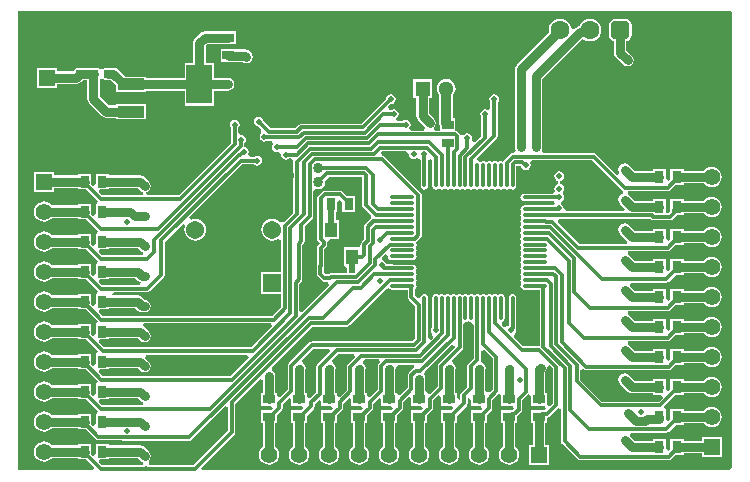
<source format=gtl>
G04*
G04 #@! TF.GenerationSoftware,Altium Limited,Altium Designer,25.7.1 (20)*
G04*
G04 Layer_Physical_Order=1*
G04 Layer_Color=255*
%FSLAX44Y44*%
%MOMM*%
G71*
G04*
G04 #@! TF.SameCoordinates,711889C3-5294-40D1-B7F6-5CF0684BB26A*
G04*
G04*
G04 #@! TF.FilePolarity,Positive*
G04*
G01*
G75*
%ADD17R,1.0000X0.8000*%
%ADD18O,2.1000X0.3000*%
%ADD19R,0.8000X1.0000*%
%ADD20O,0.3000X2.1000*%
%ADD21R,2.2000X3.3000*%
G04:AMPARAMS|DCode=22|XSize=0.76mm|YSize=0.6604mm|CornerRadius=0.0825mm|HoleSize=0mm|Usage=FLASHONLY|Rotation=0.000|XOffset=0mm|YOffset=0mm|HoleType=Round|Shape=RoundedRectangle|*
%AMROUNDEDRECTD22*
21,1,0.7600,0.4953,0,0,0.0*
21,1,0.5949,0.6604,0,0,0.0*
1,1,0.1651,0.2975,-0.2477*
1,1,0.1651,-0.2975,-0.2477*
1,1,0.1651,-0.2975,0.2477*
1,1,0.1651,0.2975,0.2477*
%
%ADD22ROUNDEDRECTD22*%
%ADD23R,2.2000X1.0000*%
G04:AMPARAMS|DCode=24|XSize=0.55mm|YSize=0.5mm|CornerRadius=0.0625mm|HoleSize=0mm|Usage=FLASHONLY|Rotation=270.000|XOffset=0mm|YOffset=0mm|HoleType=Round|Shape=RoundedRectangle|*
%AMROUNDEDRECTD24*
21,1,0.5500,0.3750,0,0,270.0*
21,1,0.4250,0.5000,0,0,270.0*
1,1,0.1250,-0.1875,-0.2125*
1,1,0.1250,-0.1875,0.2125*
1,1,0.1250,0.1875,0.2125*
1,1,0.1250,0.1875,-0.2125*
%
%ADD24ROUNDEDRECTD24*%
%ADD25R,1.1000X1.3000*%
%ADD26R,0.6000X0.4000*%
%ADD37R,1.3900X1.3900*%
%ADD38C,1.3900*%
%ADD41R,1.3000X1.3000*%
%ADD42C,1.3000*%
%ADD43C,1.5400*%
%ADD45R,1.5400X1.5400*%
%ADD50C,0.2997*%
%ADD51C,0.7366*%
%ADD52C,0.8128*%
%ADD53C,0.4826*%
%ADD54C,1.6000*%
G04:AMPARAMS|DCode=55|XSize=1.6mm|YSize=1.6mm|CornerRadius=0.4mm|HoleSize=0mm|Usage=FLASHONLY|Rotation=180.000|XOffset=0mm|YOffset=0mm|HoleType=Round|Shape=RoundedRectangle|*
%AMROUNDEDRECTD55*
21,1,1.6000,0.8000,0,0,180.0*
21,1,0.8000,1.6000,0,0,180.0*
1,1,0.8000,-0.4000,0.4000*
1,1,0.8000,0.4000,0.4000*
1,1,0.8000,0.4000,-0.4000*
1,1,0.8000,-0.4000,-0.4000*
%
%ADD55ROUNDEDRECTD55*%
%ADD56C,0.8600*%
%ADD57C,1.4000*%
%ADD58R,1.4000X1.4000*%
%ADD59R,1.4000X1.4000*%
%ADD60C,0.5080*%
G36*
X610252Y574157D02*
X610253Y188307D01*
X607713Y186038D01*
X161964D01*
X160993Y188384D01*
X188869Y216261D01*
X189537Y217261D01*
X189772Y218440D01*
Y242388D01*
X210784Y263400D01*
X213131Y262428D01*
Y251784D01*
X211916D01*
Y240736D01*
X220307D01*
X221355Y238357D01*
X220111Y236784D01*
X211916D01*
Y225736D01*
X213131D01*
Y206061D01*
X212361Y205469D01*
X210994Y203689D01*
X210135Y201615D01*
X209842Y199390D01*
X210135Y197165D01*
X210994Y195091D01*
X212361Y193311D01*
X214141Y191944D01*
X216215Y191085D01*
X218440Y190793D01*
X220665Y191085D01*
X222739Y191944D01*
X224519Y193311D01*
X225886Y195091D01*
X226745Y197165D01*
X227038Y199390D01*
X226745Y201615D01*
X225886Y203689D01*
X224519Y205469D01*
X223749Y206061D01*
Y225736D01*
X224964D01*
Y232426D01*
X228874Y236336D01*
X229542Y237336D01*
X229777Y238515D01*
Y241929D01*
X234969Y247121D01*
X237316Y246149D01*
Y240736D01*
X246280D01*
X247263Y238455D01*
X245898Y236784D01*
X237316D01*
Y225736D01*
X238531D01*
Y206061D01*
X237761Y205469D01*
X236394Y203689D01*
X235535Y201615D01*
X235243Y199390D01*
X235535Y197165D01*
X236394Y195091D01*
X237761Y193311D01*
X239541Y191944D01*
X241615Y191085D01*
X243840Y190793D01*
X246065Y191085D01*
X248139Y191944D01*
X249919Y193311D01*
X251286Y195091D01*
X252145Y197165D01*
X252437Y199390D01*
X252145Y201615D01*
X251286Y203689D01*
X249919Y205469D01*
X249149Y206061D01*
Y225736D01*
X250364D01*
Y232426D01*
X256179Y238241D01*
X256847Y239241D01*
X257082Y240420D01*
Y242563D01*
X260369Y245851D01*
X262716Y244879D01*
Y240736D01*
X271107D01*
X272155Y238357D01*
X270911Y236784D01*
X262716D01*
Y225736D01*
X263931D01*
Y206061D01*
X263161Y205469D01*
X261794Y203689D01*
X260935Y201615D01*
X260643Y199390D01*
X260935Y197165D01*
X261794Y195091D01*
X263161Y193311D01*
X264941Y191944D01*
X267015Y191085D01*
X269240Y190793D01*
X271465Y191085D01*
X273539Y191944D01*
X275319Y193311D01*
X276686Y195091D01*
X277545Y197165D01*
X277838Y199390D01*
X277545Y201615D01*
X276686Y203689D01*
X275319Y205469D01*
X274549Y206061D01*
Y225736D01*
X275764D01*
Y232426D01*
X280309Y236971D01*
X280977Y237971D01*
X281212Y239150D01*
Y242563D01*
X285769Y247121D01*
X288116Y246149D01*
Y240736D01*
X296507D01*
X297555Y238357D01*
X296311Y236784D01*
X288116D01*
Y225736D01*
X289331D01*
Y206061D01*
X288561Y205469D01*
X287194Y203689D01*
X286335Y201615D01*
X286042Y199390D01*
X286335Y197165D01*
X287194Y195091D01*
X288561Y193311D01*
X290341Y191944D01*
X292415Y191085D01*
X294640Y190793D01*
X296865Y191085D01*
X298939Y191944D01*
X300719Y193311D01*
X302086Y195091D01*
X302945Y197165D01*
X303237Y199390D01*
X302945Y201615D01*
X302086Y203689D01*
X300719Y205469D01*
X299949Y206061D01*
Y225736D01*
X301164D01*
Y232426D01*
X305709Y236971D01*
X306377Y237971D01*
X306612Y239150D01*
Y242563D01*
X308221Y244172D01*
X308221Y244172D01*
X311169Y247121D01*
X313516Y246149D01*
Y240736D01*
X321907D01*
X322955Y238357D01*
X321711Y236784D01*
X313516D01*
Y225736D01*
X314731D01*
Y206061D01*
X313961Y205469D01*
X312594Y203689D01*
X311735Y201615D01*
X311443Y199390D01*
X311735Y197165D01*
X312594Y195091D01*
X313961Y193311D01*
X315741Y191944D01*
X317815Y191085D01*
X320040Y190793D01*
X322265Y191085D01*
X324339Y191944D01*
X326119Y193311D01*
X327486Y195091D01*
X328345Y197165D01*
X328638Y199390D01*
X328345Y201615D01*
X327486Y203689D01*
X326119Y205469D01*
X325349Y206061D01*
Y225736D01*
X326564D01*
Y232426D01*
X331109Y236971D01*
X331777Y237971D01*
X332012Y239150D01*
Y243834D01*
X336569Y248391D01*
X338916Y247419D01*
Y240736D01*
X347307D01*
X348355Y238357D01*
X347111Y236784D01*
X338916D01*
Y225736D01*
X340131D01*
Y206061D01*
X339361Y205469D01*
X337994Y203689D01*
X337135Y201615D01*
X336842Y199390D01*
X337135Y197165D01*
X337994Y195091D01*
X339361Y193311D01*
X341141Y191944D01*
X343215Y191085D01*
X345440Y190793D01*
X347665Y191085D01*
X349739Y191944D01*
X351519Y193311D01*
X352886Y195091D01*
X353745Y197165D01*
X354038Y199390D01*
X353745Y201615D01*
X352886Y203689D01*
X351519Y205469D01*
X350749Y206061D01*
Y225736D01*
X351964D01*
Y232426D01*
X356509Y236971D01*
X357177Y237971D01*
X357412Y239150D01*
Y245103D01*
X361776Y249468D01*
X364316Y248416D01*
Y240736D01*
X373280D01*
X374263Y238455D01*
X372898Y236784D01*
X364316D01*
Y225736D01*
X365531D01*
Y206061D01*
X364761Y205469D01*
X363394Y203689D01*
X362535Y201615D01*
X362243Y199390D01*
X362535Y197165D01*
X363394Y195091D01*
X364761Y193311D01*
X366541Y191944D01*
X368615Y191085D01*
X370840Y190793D01*
X373065Y191085D01*
X375139Y191944D01*
X376919Y193311D01*
X378286Y195091D01*
X379145Y197165D01*
X379437Y199390D01*
X379145Y201615D01*
X378286Y203689D01*
X376919Y205469D01*
X376149Y206061D01*
Y225736D01*
X377364D01*
Y232426D01*
X385719Y240781D01*
X386387Y241781D01*
X386622Y242960D01*
Y246948D01*
X387176Y247318D01*
X389716Y245961D01*
Y240736D01*
X397748D01*
X398796Y238357D01*
X397551Y236784D01*
X389716D01*
Y225736D01*
X390931D01*
Y206061D01*
X390161Y205469D01*
X388794Y203689D01*
X387935Y201615D01*
X387643Y199390D01*
X387935Y197165D01*
X388794Y195091D01*
X390161Y193311D01*
X391941Y191944D01*
X394015Y191085D01*
X396240Y190793D01*
X398465Y191085D01*
X400539Y191944D01*
X402319Y193311D01*
X403686Y195091D01*
X404545Y197165D01*
X404837Y199390D01*
X404545Y201615D01*
X403686Y203689D01*
X402319Y205469D01*
X401549Y206061D01*
Y225736D01*
X402764D01*
Y232785D01*
X406442Y236463D01*
X407110Y237463D01*
X407344Y238642D01*
Y245506D01*
X412576Y250738D01*
X413788Y250538D01*
X415116Y249820D01*
Y240736D01*
X424531D01*
X425474Y238196D01*
X424295Y236843D01*
X424141D01*
X423844Y236784D01*
X415116D01*
Y225736D01*
X416331D01*
Y206061D01*
X415561Y205469D01*
X414194Y203689D01*
X413335Y201615D01*
X413042Y199390D01*
X413335Y197165D01*
X414194Y195091D01*
X415561Y193311D01*
X417341Y191944D01*
X419415Y191085D01*
X421640Y190793D01*
X423865Y191085D01*
X425939Y191944D01*
X427719Y193311D01*
X429086Y195091D01*
X429945Y197165D01*
X430238Y199390D01*
X429945Y201615D01*
X429086Y203689D01*
X427719Y205469D01*
X426949Y206061D01*
Y225736D01*
X428164D01*
Y231481D01*
X428315Y231582D01*
X431842Y235109D01*
X432510Y236108D01*
X432744Y237288D01*
Y245116D01*
X437976Y250348D01*
X439188Y250148D01*
X440516Y249430D01*
Y240736D01*
X451619D01*
X452711Y238286D01*
X451582Y236843D01*
X449541D01*
X449244Y236784D01*
X440516D01*
Y225736D01*
X441731D01*
Y207914D01*
X438516D01*
Y190866D01*
X455564D01*
Y207914D01*
X452349D01*
Y225736D01*
X453564D01*
Y230698D01*
X454651Y230914D01*
X455651Y231582D01*
X463008Y238940D01*
X465548Y238001D01*
Y210820D01*
X465783Y209641D01*
X466451Y208641D01*
X479553Y195538D01*
X480553Y194870D01*
X481733Y194636D01*
X556737D01*
X557917Y194870D01*
X558917Y195538D01*
X562594Y199216D01*
X569284D01*
Y200431D01*
X584566D01*
Y197216D01*
X601614D01*
Y214264D01*
X584566D01*
Y211049D01*
X569284D01*
Y212264D01*
X558236D01*
Y204069D01*
X556663Y202825D01*
X554284Y203873D01*
Y212264D01*
X543236D01*
Y211049D01*
X527979D01*
X523670Y215358D01*
X524185Y217262D01*
X524634Y217898D01*
X554600D01*
X555779Y218133D01*
X556779Y218801D01*
X562594Y224616D01*
X569284D01*
Y225831D01*
X586419D01*
X587011Y225061D01*
X588791Y223694D01*
X590865Y222835D01*
X593090Y222542D01*
X595315Y222835D01*
X597389Y223694D01*
X599169Y225061D01*
X600536Y226841D01*
X601395Y228915D01*
X601688Y231140D01*
X601395Y233365D01*
X600536Y235439D01*
X599169Y237219D01*
X597389Y238586D01*
X595315Y239445D01*
X593090Y239737D01*
X590865Y239445D01*
X588791Y238586D01*
X587011Y237219D01*
X586419Y236449D01*
X569284D01*
Y237664D01*
X558236D01*
Y229082D01*
X556565Y227717D01*
X554284Y228700D01*
Y237664D01*
X553834D01*
X552782Y240204D01*
X562594Y250016D01*
X569284D01*
Y251231D01*
X586419D01*
X587011Y250461D01*
X588791Y249094D01*
X590865Y248235D01*
X593090Y247943D01*
X595315Y248235D01*
X597389Y249094D01*
X599169Y250461D01*
X600536Y252241D01*
X601395Y254315D01*
X601688Y256540D01*
X601395Y258765D01*
X600536Y260839D01*
X599169Y262619D01*
X597389Y263986D01*
X595315Y264845D01*
X593090Y265138D01*
X590865Y264845D01*
X588791Y263986D01*
X587011Y262619D01*
X586419Y261849D01*
X569284D01*
Y263064D01*
X558236D01*
Y254482D01*
X556565Y253117D01*
X554284Y254100D01*
Y263064D01*
X543236D01*
Y261849D01*
X527979D01*
X523184Y266644D01*
X521462Y267795D01*
X519430Y268199D01*
X517398Y267795D01*
X515676Y266644D01*
X514525Y264922D01*
X514121Y262890D01*
X514525Y260858D01*
X515676Y259136D01*
X522026Y252786D01*
X522026Y252786D01*
X523748Y251635D01*
X525780Y251231D01*
X543236D01*
Y250016D01*
X550559D01*
X551531Y247669D01*
X548172Y244310D01*
X500458D01*
X481872Y262896D01*
Y271181D01*
X484218Y272153D01*
X484633Y271738D01*
X485633Y271070D01*
X486813Y270836D01*
X556737D01*
X557917Y271070D01*
X558917Y271738D01*
X562594Y275416D01*
X569284D01*
Y276631D01*
X586419D01*
X587011Y275861D01*
X588791Y274494D01*
X590865Y273635D01*
X593090Y273342D01*
X595315Y273635D01*
X597389Y274494D01*
X599169Y275861D01*
X600536Y277641D01*
X601395Y279715D01*
X601688Y281940D01*
X601395Y284165D01*
X600536Y286239D01*
X599169Y288019D01*
X597389Y289386D01*
X595315Y290245D01*
X593090Y290537D01*
X590865Y290245D01*
X588791Y289386D01*
X587011Y288019D01*
X586419Y287249D01*
X569284D01*
Y288464D01*
X558236D01*
Y280269D01*
X556663Y279025D01*
X554284Y280073D01*
Y288464D01*
X543236D01*
Y287249D01*
X527979D01*
X523184Y292044D01*
X522010Y292828D01*
X522564Y295368D01*
X555870D01*
X557049Y295603D01*
X558049Y296271D01*
X562594Y300816D01*
X569284D01*
Y302031D01*
X586419D01*
X587011Y301261D01*
X588791Y299894D01*
X590865Y299035D01*
X593090Y298743D01*
X595315Y299035D01*
X597389Y299894D01*
X599169Y301261D01*
X600536Y303041D01*
X601395Y305115D01*
X601688Y307340D01*
X601395Y309565D01*
X600536Y311639D01*
X599169Y313419D01*
X597389Y314786D01*
X595315Y315645D01*
X593090Y315938D01*
X590865Y315645D01*
X588791Y314786D01*
X587011Y313419D01*
X586419Y312649D01*
X569284D01*
Y313864D01*
X558236D01*
Y305669D01*
X556663Y304425D01*
X554284Y305473D01*
Y313864D01*
X543236D01*
Y312649D01*
X527979D01*
X523184Y317444D01*
X522010Y318228D01*
X522564Y320768D01*
X555870D01*
X557049Y321003D01*
X558049Y321671D01*
X562594Y326216D01*
X569284D01*
Y327431D01*
X586419D01*
X587011Y326661D01*
X588791Y325294D01*
X590865Y324435D01*
X593090Y324142D01*
X595315Y324435D01*
X597389Y325294D01*
X599169Y326661D01*
X600536Y328441D01*
X601395Y330515D01*
X601688Y332740D01*
X601395Y334965D01*
X600536Y337039D01*
X599169Y338819D01*
X597389Y340186D01*
X595315Y341045D01*
X593090Y341338D01*
X590865Y341045D01*
X588791Y340186D01*
X587011Y338819D01*
X586419Y338049D01*
X569284D01*
Y339264D01*
X558236D01*
Y331069D01*
X556663Y329825D01*
X554284Y330873D01*
Y339264D01*
X543236D01*
Y338049D01*
X527979D01*
X523670Y342358D01*
X524185Y344262D01*
X524634Y344898D01*
X554600D01*
X555779Y345133D01*
X556779Y345801D01*
X562594Y351616D01*
X569284D01*
Y352831D01*
X586419D01*
X587011Y352061D01*
X588791Y350694D01*
X590865Y349835D01*
X593090Y349543D01*
X595315Y349835D01*
X597389Y350694D01*
X599169Y352061D01*
X600536Y353841D01*
X601395Y355915D01*
X601688Y358140D01*
X601395Y360365D01*
X600536Y362439D01*
X599169Y364219D01*
X597389Y365586D01*
X595315Y366445D01*
X593090Y366738D01*
X590865Y366445D01*
X588791Y365586D01*
X587011Y364219D01*
X586419Y363449D01*
X569284D01*
Y364664D01*
X558236D01*
Y356082D01*
X556565Y354717D01*
X554284Y355700D01*
Y364664D01*
X543236D01*
Y363449D01*
X527979D01*
X523184Y368244D01*
X522010Y369028D01*
X522564Y371568D01*
X555870D01*
X557049Y371803D01*
X558049Y372471D01*
X562594Y377016D01*
X569284D01*
Y378231D01*
X586419D01*
X587011Y377461D01*
X588791Y376094D01*
X590865Y375235D01*
X593090Y374943D01*
X595315Y375235D01*
X597389Y376094D01*
X599169Y377461D01*
X600536Y379241D01*
X601395Y381315D01*
X601688Y383540D01*
X601395Y385765D01*
X600536Y387839D01*
X599169Y389619D01*
X597389Y390986D01*
X595315Y391845D01*
X593090Y392137D01*
X590865Y391845D01*
X588791Y390986D01*
X587011Y389619D01*
X586419Y388849D01*
X569284D01*
Y390064D01*
X558236D01*
Y381869D01*
X556663Y380625D01*
X554284Y381673D01*
Y390064D01*
X543236D01*
Y388849D01*
X527979D01*
X523184Y393644D01*
X521462Y394795D01*
X519430Y395199D01*
X517398Y394795D01*
X515676Y393644D01*
X514525Y391922D01*
X514121Y389890D01*
X514525Y387858D01*
X515676Y386136D01*
X521540Y380272D01*
X521025Y378368D01*
X520576Y377732D01*
X481632D01*
X462756Y396608D01*
X463808Y399148D01*
X540919D01*
X541329Y398738D01*
X542329Y398070D01*
X543508Y397836D01*
X558190D01*
X559370Y398070D01*
X560369Y398738D01*
X563438Y401807D01*
X563845Y402416D01*
X569284D01*
Y403631D01*
X586419D01*
X587011Y402861D01*
X588791Y401494D01*
X590865Y400635D01*
X593090Y400342D01*
X595315Y400635D01*
X597389Y401494D01*
X599169Y402861D01*
X600536Y404641D01*
X601395Y406715D01*
X601688Y408940D01*
X601395Y411165D01*
X600536Y413239D01*
X599169Y415019D01*
X597389Y416386D01*
X595315Y417245D01*
X593090Y417537D01*
X590865Y417245D01*
X588791Y416386D01*
X587011Y415019D01*
X586419Y414249D01*
X569284D01*
Y415464D01*
X558236D01*
Y406736D01*
X558177Y406439D01*
Y405262D01*
X556914Y403999D01*
X554284D01*
Y415464D01*
X543236D01*
Y414249D01*
X527979D01*
X523184Y419044D01*
X522010Y419828D01*
X522564Y422368D01*
X555870D01*
X557049Y422603D01*
X558049Y423271D01*
X562594Y427816D01*
X569284D01*
Y429031D01*
X586419D01*
X587011Y428261D01*
X588791Y426894D01*
X590865Y426035D01*
X593090Y425742D01*
X595315Y426035D01*
X597389Y426894D01*
X599169Y428261D01*
X600536Y430041D01*
X601395Y432115D01*
X601688Y434340D01*
X601395Y436565D01*
X600536Y438639D01*
X599169Y440419D01*
X597389Y441786D01*
X595315Y442645D01*
X593090Y442938D01*
X590865Y442645D01*
X588791Y441786D01*
X587011Y440419D01*
X586419Y439649D01*
X569284D01*
Y440864D01*
X558236D01*
Y432669D01*
X556663Y431425D01*
X554284Y432473D01*
Y440864D01*
X543236D01*
Y439649D01*
X527979D01*
X523184Y444444D01*
X521462Y445595D01*
X519430Y445999D01*
X517398Y445595D01*
X515676Y444444D01*
X514525Y442722D01*
X514121Y440690D01*
X514525Y438658D01*
X515236Y437594D01*
X513263Y435975D01*
X495498Y453740D01*
X494498Y454408D01*
X493319Y454643D01*
X450412D01*
X449054Y457183D01*
X449405Y457708D01*
X449809Y459740D01*
Y517603D01*
X483872Y551666D01*
X485417Y550481D01*
X487734Y549521D01*
X490220Y549194D01*
X492706Y549521D01*
X495023Y550481D01*
X497013Y552007D01*
X498539Y553997D01*
X499499Y556314D01*
X499826Y558800D01*
X499499Y561286D01*
X498539Y563603D01*
X497013Y565593D01*
X495023Y567119D01*
X492706Y568079D01*
X490220Y568406D01*
X487734Y568079D01*
X485417Y567119D01*
X483427Y565593D01*
X481901Y563603D01*
X481388Y562366D01*
X479814Y562053D01*
X478091Y560902D01*
X478091Y560902D01*
X476872Y559683D01*
X474190Y560593D01*
X474099Y561286D01*
X473139Y563603D01*
X471613Y565593D01*
X469623Y567119D01*
X467306Y568079D01*
X464820Y568406D01*
X462334Y568079D01*
X460017Y567119D01*
X458027Y565593D01*
X456501Y563603D01*
X455541Y561286D01*
X455214Y558800D01*
X455458Y556946D01*
X428046Y529534D01*
X426895Y527812D01*
X426491Y525780D01*
X426491Y525780D01*
Y459740D01*
X426895Y457708D01*
X427246Y457183D01*
X425888Y454643D01*
X424582D01*
X423403Y454408D01*
X422403Y453740D01*
X417519Y448857D01*
X416851Y447857D01*
X415993Y447501D01*
X415878Y447579D01*
X414698Y447813D01*
X413518Y447579D01*
X412518Y446910D01*
X411878D01*
X410878Y447579D01*
X409698Y447813D01*
X408518Y447579D01*
X407518Y446910D01*
X406878D01*
X405878Y447579D01*
X404698Y447813D01*
X403518Y447579D01*
X402518Y446910D01*
X401878D01*
X400878Y447579D01*
X399698Y447813D01*
X398518Y447579D01*
X397871Y447146D01*
X395386Y447944D01*
X394542Y449879D01*
X394514Y450243D01*
X411119Y466848D01*
X411787Y467848D01*
X412022Y469027D01*
Y497677D01*
X412768Y498794D01*
X413084Y500380D01*
X412768Y501966D01*
X411870Y503310D01*
X410526Y504208D01*
X408940Y504524D01*
X407354Y504208D01*
X406010Y503310D01*
X405112Y501966D01*
X404796Y500380D01*
X405112Y498794D01*
X405858Y497677D01*
Y492427D01*
X403318Y491233D01*
X402906Y491508D01*
X401320Y491824D01*
X399734Y491508D01*
X398390Y490610D01*
X397492Y489266D01*
X397176Y487680D01*
X397492Y486094D01*
X398238Y484977D01*
Y469077D01*
X392907Y463746D01*
X390106Y464538D01*
X389836Y465666D01*
X389908Y465774D01*
X390224Y467360D01*
X389908Y468946D01*
X389010Y470290D01*
X387666Y471188D01*
X386080Y471504D01*
X384494Y471188D01*
X383150Y470290D01*
X383010Y470080D01*
X381932Y470039D01*
X380164Y470394D01*
X379772Y470981D01*
X378001Y472752D01*
X377001Y473420D01*
X376094Y473600D01*
Y484074D01*
X373997D01*
Y503528D01*
X374023Y503547D01*
X375309Y505223D01*
X376118Y507175D01*
X376393Y509270D01*
X376118Y511365D01*
X375309Y513317D01*
X374023Y514993D01*
X372347Y516279D01*
X370395Y517088D01*
X368300Y517363D01*
X366205Y517088D01*
X364253Y516279D01*
X362577Y514993D01*
X361291Y513317D01*
X360482Y511365D01*
X360207Y509270D01*
X360482Y507175D01*
X361291Y505223D01*
X362577Y503547D01*
X362603Y503528D01*
Y479820D01*
X363036Y477640D01*
X363046Y477625D01*
Y473654D01*
X358688D01*
X357917Y476194D01*
X358084Y476306D01*
X359235Y478028D01*
X359639Y480060D01*
X359235Y482092D01*
X358084Y483814D01*
X353609Y488289D01*
Y501246D01*
X356324D01*
Y517294D01*
X340276D01*
Y501246D01*
X342991D01*
Y486090D01*
X342991Y486090D01*
X343395Y484058D01*
X344546Y482336D01*
X350576Y476306D01*
X350743Y476194D01*
X349972Y473654D01*
X338211D01*
X337544Y474811D01*
X337163Y476194D01*
X337838Y477204D01*
X338154Y478790D01*
X337838Y480376D01*
X336940Y481720D01*
X335596Y482618D01*
X334010Y482934D01*
X332424Y482618D01*
X331307Y481872D01*
X327044D01*
X326274Y484412D01*
X326780Y484750D01*
X327678Y486094D01*
X327994Y487680D01*
X327678Y489266D01*
X326780Y490610D01*
X325436Y491508D01*
X323850Y491824D01*
X322264Y491508D01*
X321716Y491142D01*
X320319Y491439D01*
X319499Y494211D01*
X321578Y496290D01*
X322896Y496552D01*
X324240Y497450D01*
X325138Y498794D01*
X325454Y500380D01*
X325138Y501966D01*
X324240Y503310D01*
X322896Y504208D01*
X321310Y504524D01*
X319724Y504208D01*
X318380Y503310D01*
X317482Y501966D01*
X317220Y500648D01*
X296221Y479650D01*
X245793D01*
X244613Y479415D01*
X243613Y478747D01*
X240388Y475522D01*
X219716D01*
X213640Y481598D01*
X213378Y482916D01*
X212480Y484260D01*
X211136Y485158D01*
X209550Y485474D01*
X207964Y485158D01*
X206620Y484260D01*
X205722Y482916D01*
X205406Y481330D01*
X205722Y479744D01*
X206620Y478400D01*
X207964Y477502D01*
X209282Y477240D01*
X211981Y474541D01*
X211577Y471437D01*
X210678Y470092D01*
X210363Y468507D01*
X210678Y466921D01*
X211577Y465577D01*
X212921Y464678D01*
X214507Y464363D01*
X216092Y464678D01*
X216384Y464873D01*
X216567Y464837D01*
X220531D01*
X221187Y463767D01*
X221611Y462297D01*
X220962Y461326D01*
X220646Y459740D01*
X220962Y458154D01*
X221860Y456810D01*
X223204Y455912D01*
X224790Y455596D01*
X226375Y455912D01*
X226438Y455885D01*
X228343Y454308D01*
X228411Y454118D01*
X228266Y453390D01*
X228582Y451804D01*
X229480Y450460D01*
X230824Y449562D01*
X232410Y449246D01*
X233996Y449562D01*
X235113Y450308D01*
X237273D01*
X238647Y448273D01*
X238755Y447768D01*
X238574Y446855D01*
Y404222D01*
X230844Y396492D01*
X227705Y396469D01*
X227468Y396617D01*
X225734Y397947D01*
X223490Y398877D01*
X221082Y399194D01*
X218674Y398877D01*
X216430Y397947D01*
X214503Y396469D01*
X213025Y394542D01*
X212096Y392298D01*
X211779Y389890D01*
X212096Y387482D01*
X213025Y385238D01*
X214503Y383311D01*
X216430Y381833D01*
X218674Y380903D01*
X221082Y380586D01*
X223490Y380903D01*
X225734Y381833D01*
X226183Y382177D01*
X228723Y380925D01*
Y354114D01*
X211858D01*
Y335666D01*
X228723D01*
Y324521D01*
X220973Y316772D01*
X77747D01*
X74459Y320059D01*
X75431Y322406D01*
X82754D01*
Y323621D01*
X105158D01*
X107413Y321366D01*
X109135Y320215D01*
X111167Y319811D01*
X113030D01*
X115062Y320215D01*
X116784Y321366D01*
X117935Y323088D01*
X118339Y325120D01*
X117935Y327152D01*
X116784Y328874D01*
X115062Y330025D01*
X113449Y330346D01*
X111111Y332684D01*
X109389Y333835D01*
X107357Y334239D01*
X107357Y334239D01*
X85492D01*
X85487Y334256D01*
X87365Y336796D01*
X115087D01*
X116267Y337030D01*
X117267Y337698D01*
X129179Y349611D01*
X129847Y350611D01*
X130082Y351790D01*
Y379592D01*
X145448Y394958D01*
X147601Y393519D01*
X147095Y392298D01*
X146778Y389890D01*
X147095Y387482D01*
X148025Y385238D01*
X149503Y383311D01*
X151430Y381833D01*
X153674Y380903D01*
X156082Y380586D01*
X158490Y380903D01*
X160734Y381833D01*
X162661Y383311D01*
X164139Y385238D01*
X165069Y387482D01*
X165386Y389890D01*
X165069Y392298D01*
X164139Y394542D01*
X162661Y396469D01*
X160734Y397947D01*
X158490Y398877D01*
X156082Y399194D01*
X153674Y398877D01*
X152453Y398371D01*
X151014Y400524D01*
X195718Y445228D01*
X205577D01*
X206694Y444482D01*
X208280Y444166D01*
X209866Y444482D01*
X211210Y445380D01*
X212108Y446724D01*
X212424Y448310D01*
X212108Y449896D01*
X211210Y451240D01*
X209866Y452138D01*
X208280Y452454D01*
X206694Y452138D01*
X205577Y451392D01*
X201960D01*
X200645Y453932D01*
X200823Y454199D01*
X201139Y455785D01*
X200823Y457370D01*
X199925Y458715D01*
X198581Y459613D01*
X197243Y459879D01*
X197476Y461050D01*
Y462995D01*
X197723Y463160D01*
X198621Y464504D01*
X198936Y466090D01*
X198621Y467676D01*
X197723Y469020D01*
X196378Y469918D01*
X194793Y470234D01*
X192312Y472142D01*
Y476087D01*
X193058Y477204D01*
X193374Y478790D01*
X193058Y480376D01*
X192160Y481720D01*
X190816Y482618D01*
X189230Y482934D01*
X187644Y482618D01*
X186300Y481720D01*
X185402Y480376D01*
X185086Y478790D01*
X185402Y477204D01*
X186148Y476087D01*
Y463557D01*
X141751Y419159D01*
X114729D01*
X114479Y421699D01*
X115062Y421815D01*
X116784Y422966D01*
X117935Y424688D01*
X118339Y426720D01*
X117935Y428752D01*
X116784Y430474D01*
X112974Y434284D01*
X111252Y435435D01*
X109220Y435839D01*
X109220Y435839D01*
X82754D01*
Y437054D01*
X71706D01*
Y428090D01*
X69425Y427107D01*
X67754Y428472D01*
Y437054D01*
X56706D01*
Y435839D01*
X36464D01*
Y439054D01*
X19416D01*
Y422006D01*
X36464D01*
Y425221D01*
X56706D01*
Y424006D01*
X63396D01*
X73208Y414194D01*
X73008Y412982D01*
X72290Y411654D01*
X71706D01*
Y402690D01*
X69425Y401707D01*
X67754Y403072D01*
Y411654D01*
X56706D01*
Y410439D01*
X34611D01*
X34019Y411209D01*
X32239Y412576D01*
X30165Y413435D01*
X27940Y413727D01*
X25715Y413435D01*
X23641Y412576D01*
X21861Y411209D01*
X20494Y409429D01*
X19635Y407355D01*
X19342Y405130D01*
X19635Y402905D01*
X20494Y400831D01*
X21861Y399051D01*
X23641Y397684D01*
X25715Y396825D01*
X27940Y396533D01*
X30165Y396825D01*
X32239Y397684D01*
X34019Y399051D01*
X34611Y399821D01*
X56706D01*
Y398606D01*
X63396D01*
X73208Y388794D01*
X73008Y387582D01*
X72290Y386254D01*
X71706D01*
Y377290D01*
X69425Y376307D01*
X67754Y377672D01*
Y386254D01*
X56706D01*
Y385039D01*
X34611D01*
X34019Y385809D01*
X32239Y387176D01*
X30165Y388035D01*
X27940Y388327D01*
X25715Y388035D01*
X23641Y387176D01*
X21861Y385809D01*
X20494Y384029D01*
X19635Y381955D01*
X19342Y379730D01*
X19635Y377505D01*
X20494Y375431D01*
X21861Y373651D01*
X23641Y372284D01*
X25715Y371425D01*
X27940Y371133D01*
X30165Y371425D01*
X32239Y372284D01*
X34019Y373651D01*
X34611Y374421D01*
X56706D01*
Y373206D01*
X63396D01*
X73208Y363394D01*
X73008Y362182D01*
X72290Y360854D01*
X71706D01*
Y351890D01*
X69425Y350907D01*
X67754Y352272D01*
Y360854D01*
X56706D01*
Y359639D01*
X34611D01*
X34019Y360409D01*
X32239Y361776D01*
X30165Y362635D01*
X27940Y362928D01*
X25715Y362635D01*
X23641Y361776D01*
X21861Y360409D01*
X20494Y358629D01*
X19635Y356555D01*
X19342Y354330D01*
X19635Y352105D01*
X20494Y350031D01*
X21861Y348251D01*
X23641Y346884D01*
X25715Y346025D01*
X27940Y345732D01*
X30165Y346025D01*
X32239Y346884D01*
X34019Y348251D01*
X34611Y349021D01*
X56706D01*
Y347806D01*
X63396D01*
X73208Y337994D01*
X73008Y336782D01*
X72290Y335454D01*
X71706D01*
Y326490D01*
X69425Y325507D01*
X67754Y326872D01*
Y335454D01*
X56706D01*
Y334239D01*
X34611D01*
X34019Y335009D01*
X32239Y336376D01*
X30165Y337235D01*
X27940Y337528D01*
X25715Y337235D01*
X23641Y336376D01*
X21861Y335009D01*
X20494Y333229D01*
X19635Y331155D01*
X19342Y328930D01*
X19635Y326705D01*
X20494Y324631D01*
X21861Y322851D01*
X23641Y321484D01*
X25715Y320625D01*
X27940Y320332D01*
X30165Y320625D01*
X32239Y321484D01*
X34019Y322851D01*
X34611Y323621D01*
X56706D01*
Y322406D01*
X63396D01*
X73208Y312594D01*
X72156Y310054D01*
X71706D01*
Y301090D01*
X69425Y300107D01*
X67754Y301472D01*
Y310054D01*
X56706D01*
Y308839D01*
X34611D01*
X34019Y309609D01*
X32239Y310976D01*
X30165Y311835D01*
X27940Y312127D01*
X25715Y311835D01*
X23641Y310976D01*
X21861Y309609D01*
X20494Y307829D01*
X19635Y305755D01*
X19342Y303530D01*
X19635Y301305D01*
X20494Y299231D01*
X21861Y297451D01*
X23641Y296084D01*
X25715Y295225D01*
X27940Y294932D01*
X30165Y295225D01*
X32239Y296084D01*
X34019Y297451D01*
X34611Y298221D01*
X56706D01*
Y297006D01*
X63396D01*
X73208Y287194D01*
X72156Y284654D01*
X71706D01*
Y275690D01*
X69425Y274707D01*
X67754Y276072D01*
Y284654D01*
X56706D01*
Y283439D01*
X34611D01*
X34019Y284209D01*
X32239Y285576D01*
X30165Y286435D01*
X27940Y286728D01*
X25715Y286435D01*
X23641Y285576D01*
X21861Y284209D01*
X20494Y282429D01*
X19635Y280355D01*
X19342Y278130D01*
X19635Y275905D01*
X20494Y273831D01*
X21861Y272051D01*
X23641Y270684D01*
X25715Y269825D01*
X27940Y269533D01*
X30165Y269825D01*
X32239Y270684D01*
X34019Y272051D01*
X34611Y272821D01*
X56706D01*
Y271606D01*
X63396D01*
X73208Y261794D01*
X72156Y259254D01*
X71706D01*
Y250290D01*
X69425Y249307D01*
X67754Y250672D01*
Y259254D01*
X56706D01*
Y258039D01*
X34611D01*
X34019Y258809D01*
X32239Y260176D01*
X30165Y261035D01*
X27940Y261327D01*
X25715Y261035D01*
X23641Y260176D01*
X21861Y258809D01*
X20494Y257029D01*
X19635Y254955D01*
X19342Y252730D01*
X19635Y250505D01*
X20494Y248431D01*
X21861Y246651D01*
X23641Y245284D01*
X25715Y244425D01*
X27940Y244132D01*
X30165Y244425D01*
X32239Y245284D01*
X34019Y246651D01*
X34611Y247421D01*
X56706D01*
Y246206D01*
X63396D01*
X73208Y236394D01*
X73008Y235182D01*
X72290Y233854D01*
X71706D01*
Y224890D01*
X69425Y223907D01*
X67754Y225272D01*
Y233854D01*
X56706D01*
Y232639D01*
X34611D01*
X34019Y233409D01*
X32239Y234776D01*
X30165Y235635D01*
X27940Y235928D01*
X25715Y235635D01*
X23641Y234776D01*
X21861Y233409D01*
X20494Y231629D01*
X19635Y229555D01*
X19342Y227330D01*
X19635Y225105D01*
X20494Y223031D01*
X21861Y221251D01*
X23641Y219884D01*
X25715Y219025D01*
X27940Y218732D01*
X30165Y219025D01*
X32239Y219884D01*
X34019Y221251D01*
X34611Y222021D01*
X56706D01*
Y220806D01*
X63396D01*
X71751Y212451D01*
X72751Y211783D01*
X73930Y211548D01*
X93745D01*
X94306Y211173D01*
X95486Y210939D01*
X150652D01*
X151832Y211173D01*
X152831Y211841D01*
X181262Y240271D01*
X183608Y239299D01*
Y219716D01*
X154400Y190508D01*
X117142D01*
X116549Y191262D01*
X116784Y194366D01*
X117935Y196088D01*
X118339Y198120D01*
X117935Y200152D01*
X116784Y201874D01*
X112974Y205684D01*
X111252Y206835D01*
X109220Y207239D01*
X109220Y207239D01*
X82754D01*
Y208454D01*
X71706D01*
Y199490D01*
X69425Y198507D01*
X67754Y199872D01*
Y208454D01*
X56706D01*
Y207239D01*
X34611D01*
X34019Y208009D01*
X32239Y209376D01*
X30165Y210235D01*
X27940Y210527D01*
X25715Y210235D01*
X23641Y209376D01*
X21861Y208009D01*
X20494Y206229D01*
X19635Y204155D01*
X19342Y201930D01*
X19635Y199705D01*
X20494Y197631D01*
X21861Y195851D01*
X23641Y194484D01*
X25715Y193625D01*
X27940Y193333D01*
X30165Y193625D01*
X32239Y194484D01*
X34019Y195851D01*
X34611Y196621D01*
X56706D01*
Y195406D01*
X63396D01*
X70418Y188384D01*
X69446Y186038D01*
X5698D01*
Y574692D01*
X609600D01*
X610252Y574157D01*
D02*
G37*
G36*
X297248Y410972D02*
X297483Y409793D01*
X298151Y408793D01*
X304640Y402304D01*
X304475Y399409D01*
X299621Y394555D01*
X298953Y393555D01*
X298718Y392376D01*
Y381612D01*
X296881Y379775D01*
X296213Y378775D01*
X295978Y377595D01*
Y377442D01*
X295780Y374984D01*
X281732D01*
Y358936D01*
X282554D01*
X284690Y357725D01*
Y353475D01*
X284226Y352909D01*
X270420D01*
X269241Y352675D01*
X268386Y352103D01*
X266283D01*
X264829Y353556D01*
Y357652D01*
X265081Y358029D01*
X265315Y359208D01*
Y373435D01*
X266919Y375039D01*
X267587Y376039D01*
X267822Y377219D01*
Y379701D01*
X269660Y381883D01*
X269770Y381936D01*
X277780D01*
Y397984D01*
X274822D01*
Y402175D01*
X274770Y402436D01*
Y405210D01*
X276280D01*
Y413601D01*
X278659Y414649D01*
X280232Y413405D01*
Y405210D01*
X291280D01*
Y418258D01*
X284590D01*
X280913Y421936D01*
X279913Y422604D01*
X278733Y422838D01*
X265504D01*
X264325Y422604D01*
X263325Y421936D01*
X260054Y418665D01*
X259386Y417665D01*
X259152Y416486D01*
Y382208D01*
X259386Y381029D01*
X260054Y380029D01*
X261623Y378460D01*
X260054Y376891D01*
X259386Y375891D01*
X259152Y374712D01*
Y360278D01*
X258900Y359901D01*
X258666Y358722D01*
Y352280D01*
X258900Y351101D01*
X259568Y350101D01*
X262827Y346842D01*
X263827Y346174D01*
X265006Y345940D01*
X268227D01*
X269279Y343400D01*
X246276Y320396D01*
X243929Y321368D01*
Y343704D01*
X245711Y345486D01*
X246379Y346485D01*
X246613Y347665D01*
Y376717D01*
X247547Y377651D01*
X248216Y378651D01*
X248450Y379830D01*
Y392594D01*
X254919Y399062D01*
X255587Y400062D01*
X255821Y401242D01*
Y422892D01*
X256515Y423506D01*
X258361Y424518D01*
X260062Y424180D01*
X262334Y424632D01*
X264261Y425919D01*
X265548Y427846D01*
X266000Y430118D01*
X265738Y431436D01*
X268817Y434515D01*
X297248D01*
Y410972D01*
D02*
G37*
G36*
X109276Y422966D02*
X110998Y421815D01*
X111581Y421699D01*
X111331Y419159D01*
X76959D01*
X74459Y421659D01*
X75431Y424006D01*
X82754D01*
Y425221D01*
X107021D01*
X109276Y422966D01*
D02*
G37*
G36*
X336572Y453644D02*
X336888Y452058D01*
X337786Y450714D01*
X339130Y449816D01*
X340716Y449500D01*
X342302Y449816D01*
X343646Y450714D01*
X345962Y449618D01*
X346617Y449069D01*
Y444740D01*
X346615Y444730D01*
Y426730D01*
X346850Y425550D01*
X347518Y424550D01*
X348518Y423881D01*
X349698Y423647D01*
X350878Y423881D01*
X351878Y424550D01*
X352547Y425550D01*
X352781Y426730D01*
Y444730D01*
X352780Y444735D01*
Y448851D01*
X355320Y449986D01*
X356616Y448826D01*
Y444737D01*
X356615Y444730D01*
Y426730D01*
X356850Y425550D01*
X357518Y424550D01*
X358518Y423881D01*
X359698Y423647D01*
X360878Y423881D01*
X361878Y424550D01*
X362518D01*
X363518Y423881D01*
X364698Y423647D01*
X365878Y423881D01*
X366878Y424550D01*
X367518D01*
X368518Y423881D01*
X369698Y423647D01*
X370878Y423881D01*
X371878Y424550D01*
X372518D01*
X373518Y423881D01*
X374698Y423647D01*
X375878Y423881D01*
X376878Y424550D01*
X377518D01*
X378518Y423881D01*
X379698Y423647D01*
X380878Y423881D01*
X381878Y424550D01*
X382518D01*
X383518Y423881D01*
X384698Y423647D01*
X385878Y423881D01*
X386878Y424550D01*
X387518D01*
X388518Y423881D01*
X389698Y423647D01*
X390878Y423881D01*
X391878Y424550D01*
X392518D01*
X393518Y423881D01*
X394698Y423647D01*
X395878Y423881D01*
X396878Y424550D01*
X397518D01*
X398518Y423881D01*
X399698Y423647D01*
X400878Y423881D01*
X401878Y424550D01*
X402518D01*
X403518Y423881D01*
X404698Y423647D01*
X405878Y423881D01*
X406878Y424550D01*
X407518D01*
X408518Y423881D01*
X409698Y423647D01*
X410878Y423881D01*
X411878Y424550D01*
X412518D01*
X413518Y423881D01*
X414698Y423647D01*
X415878Y423881D01*
X416878Y424550D01*
X417518D01*
X418518Y423881D01*
X419698Y423647D01*
X420878Y423881D01*
X421878Y424550D01*
X422518D01*
X423518Y423881D01*
X424698Y423647D01*
X425878Y423881D01*
X426878Y424550D01*
X427547Y425550D01*
X427781Y426730D01*
Y443958D01*
X431536D01*
X431584Y443911D01*
X431782Y442914D01*
X432680Y441570D01*
X434024Y440672D01*
X435610Y440356D01*
X437196Y440672D01*
X438540Y441570D01*
X439438Y442914D01*
X439754Y444500D01*
X439467Y445939D01*
X439465Y446129D01*
X440894Y448479D01*
X492042D01*
X517251Y423271D01*
X517845Y422874D01*
X517857Y421215D01*
X517577Y420230D01*
X517398Y420195D01*
X515676Y419044D01*
X514525Y417322D01*
X514121Y415290D01*
X514525Y413258D01*
X515676Y411536D01*
X519553Y407659D01*
X518581Y405312D01*
X469602D01*
X467694Y407793D01*
X467378Y409378D01*
X466480Y410723D01*
X466024Y411027D01*
X465861Y411782D01*
X466007Y413807D01*
X466024Y413849D01*
X466836Y414392D01*
X467734Y415736D01*
X468050Y417322D01*
X467734Y418908D01*
X467551Y419181D01*
X467045Y421005D01*
X467551Y422829D01*
X467734Y423102D01*
X468050Y424688D01*
X467734Y426274D01*
X466836Y427618D01*
X465492Y428516D01*
X465266Y428561D01*
X465070Y428600D01*
Y431190D01*
X465492Y431274D01*
X466836Y432172D01*
X467734Y433516D01*
X468050Y435102D01*
X467734Y436688D01*
X466836Y438032D01*
X465492Y438930D01*
X463906Y439246D01*
X462320Y438930D01*
X460976Y438032D01*
X460078Y436688D01*
X459762Y435102D01*
X460078Y433516D01*
X460976Y432172D01*
X462320Y431274D01*
X462546Y431229D01*
X462742Y431190D01*
Y428600D01*
X462320Y428516D01*
X460976Y427618D01*
X460078Y426274D01*
X459762Y424688D01*
X460078Y423102D01*
X460245Y422852D01*
X458916Y420312D01*
X452203D01*
X452198Y420313D01*
X434198D01*
X433018Y420079D01*
X432018Y419410D01*
X431349Y418410D01*
X431115Y417230D01*
X431349Y416050D01*
X432018Y415050D01*
X433018Y414381D01*
X434198Y414147D01*
X452198D01*
X452208Y414149D01*
X459379D01*
X460029Y413379D01*
X460279Y412254D01*
X459293Y410312D01*
X452205D01*
X452198Y410313D01*
X434198D01*
X433018Y410079D01*
X432018Y409410D01*
X431349Y408410D01*
X431115Y407230D01*
X431349Y406050D01*
X432018Y405050D01*
Y404410D01*
X431349Y403410D01*
X431115Y402230D01*
X431349Y401050D01*
X432018Y400050D01*
Y399410D01*
X431349Y398410D01*
X431115Y397230D01*
X431349Y396050D01*
X432018Y395050D01*
Y394410D01*
X431349Y393410D01*
X431115Y392230D01*
X431349Y391050D01*
X432018Y390050D01*
Y389410D01*
X431349Y388410D01*
X431115Y387230D01*
X431349Y386050D01*
X432018Y385050D01*
Y384410D01*
X431349Y383410D01*
X431115Y382230D01*
X431349Y381050D01*
X432018Y380050D01*
Y379410D01*
X431349Y378410D01*
X431115Y377230D01*
X431349Y376050D01*
X432018Y375050D01*
Y374410D01*
X431349Y373410D01*
X431115Y372230D01*
X431349Y371050D01*
X432018Y370050D01*
Y369410D01*
X431349Y368410D01*
X431115Y367230D01*
X431349Y366050D01*
X432018Y365050D01*
Y364410D01*
X431349Y363410D01*
X431115Y362230D01*
X431349Y361050D01*
X432018Y360050D01*
Y359410D01*
X431349Y358410D01*
X431115Y357230D01*
X431349Y356050D01*
X432018Y355050D01*
Y354410D01*
X431349Y353410D01*
X431115Y352230D01*
X431349Y351050D01*
X432018Y350050D01*
Y349410D01*
X431349Y348410D01*
X431115Y347230D01*
X431349Y346050D01*
X432018Y345050D01*
Y344410D01*
X431349Y343410D01*
X431115Y342230D01*
X431349Y341050D01*
X432018Y340050D01*
X433018Y339381D01*
X434198Y339147D01*
X447618D01*
Y291990D01*
X446864Y291372D01*
X433694D01*
X426046Y299020D01*
X426450Y302124D01*
X427348Y303468D01*
X427664Y305054D01*
X427548Y305633D01*
X427780Y306796D01*
Y314723D01*
X427781Y314730D01*
Y332730D01*
X427547Y333910D01*
X426878Y334910D01*
X425878Y335579D01*
X424698Y335813D01*
X423518Y335579D01*
X422518Y334910D01*
X421850Y333910D01*
X421615Y332730D01*
Y314730D01*
X421616Y314723D01*
Y308670D01*
X420590Y307984D01*
X417606Y307595D01*
X415793Y309312D01*
X415820Y310123D01*
X416417Y312241D01*
X416878Y312550D01*
X417547Y313550D01*
X417781Y314730D01*
Y332730D01*
X417547Y333910D01*
X416878Y334910D01*
X415878Y335579D01*
X414698Y335813D01*
X413518Y335579D01*
X412518Y334910D01*
X411878D01*
X410878Y335579D01*
X409698Y335813D01*
X408518Y335579D01*
X407518Y334910D01*
X406878D01*
X405878Y335579D01*
X404698Y335813D01*
X403518Y335579D01*
X402518Y334910D01*
X401878D01*
X400878Y335579D01*
X399698Y335813D01*
X398518Y335579D01*
X397518Y334910D01*
X396878D01*
X395878Y335579D01*
X394698Y335813D01*
X393518Y335579D01*
X392518Y334910D01*
X391878D01*
X390878Y335579D01*
X389698Y335813D01*
X388518Y335579D01*
X387518Y334910D01*
X386878D01*
X385878Y335579D01*
X384698Y335813D01*
X383518Y335579D01*
X382518Y334910D01*
X381878D01*
X380878Y335579D01*
X379698Y335813D01*
X378518Y335579D01*
X377518Y334910D01*
X376878D01*
X375878Y335579D01*
X374698Y335813D01*
X373518Y335579D01*
X372518Y334910D01*
X371878D01*
X370878Y335579D01*
X369698Y335813D01*
X368518Y335579D01*
X367518Y334910D01*
X366878D01*
X365878Y335579D01*
X364698Y335813D01*
X363518Y335579D01*
X362518Y334910D01*
X361878D01*
X360878Y335579D01*
X359698Y335813D01*
X358518Y335579D01*
X357518Y334910D01*
X356850Y333910D01*
X356615Y332730D01*
Y314730D01*
X356616Y314725D01*
Y307498D01*
X356582Y307476D01*
X355684Y306132D01*
X355368Y304546D01*
X355684Y302960D01*
X356582Y301616D01*
X356987Y298512D01*
X355320Y296845D01*
X352780Y297898D01*
Y314723D01*
X352781Y314730D01*
Y332730D01*
X352547Y333910D01*
X351878Y334910D01*
X350878Y335579D01*
X349698Y335813D01*
X348518Y335579D01*
X347518Y334910D01*
X346850Y333910D01*
X346643Y332873D01*
X345689Y332244D01*
X344268Y331656D01*
X341781Y334142D01*
Y339651D01*
X342378Y340050D01*
X343047Y341050D01*
X343281Y342230D01*
X343047Y343410D01*
X342378Y344410D01*
Y345050D01*
X343047Y346050D01*
X343281Y347230D01*
X343047Y348410D01*
X342378Y349410D01*
Y350050D01*
X343047Y351050D01*
X343281Y352230D01*
X343047Y353410D01*
X342378Y354410D01*
Y355050D01*
X343047Y356050D01*
X343281Y357230D01*
X343047Y358410D01*
X342378Y359410D01*
X341378Y360079D01*
X340198Y360313D01*
X323260D01*
X322899Y360555D01*
X321720Y360789D01*
X317896D01*
X317798Y361279D01*
X316900Y362624D01*
X315555Y363522D01*
X315129Y363607D01*
X314208Y366277D01*
X316903Y368973D01*
X319205Y367682D01*
X319115Y367230D01*
X319349Y366050D01*
X320018Y365050D01*
X321018Y364381D01*
X322198Y364147D01*
X340198D01*
X341378Y364381D01*
X342378Y365050D01*
X343047Y366050D01*
X343281Y367230D01*
X343047Y368410D01*
X342378Y369410D01*
Y370050D01*
X343047Y371050D01*
X343281Y372230D01*
X343047Y373410D01*
X342378Y374410D01*
Y375050D01*
X343047Y376050D01*
X343281Y377230D01*
X343047Y378410D01*
X342629Y379034D01*
X342774Y379383D01*
X343774Y380051D01*
X346900Y383177D01*
X347568Y384177D01*
X347803Y385357D01*
Y419103D01*
X347568Y420283D01*
X346900Y421282D01*
X316562Y451620D01*
X315563Y452288D01*
X314587Y452482D01*
X314158Y453088D01*
X313370Y455062D01*
X314190Y456125D01*
X334664D01*
X336572Y453644D01*
D02*
G37*
G36*
X109276Y372166D02*
X110998Y371015D01*
X111581Y370899D01*
X111331Y368359D01*
X76959D01*
X74459Y370859D01*
X75431Y373206D01*
X82754D01*
Y374421D01*
X107021D01*
X109276Y372166D01*
D02*
G37*
G36*
X107413Y346766D02*
X109135Y345615D01*
X109718Y345499D01*
X109468Y342959D01*
X76959D01*
X74459Y345459D01*
X75431Y347806D01*
X82754D01*
Y349021D01*
X105158D01*
X107413Y346766D01*
D02*
G37*
G36*
X221160Y308068D02*
X203193Y290102D01*
X79017D01*
X74459Y294659D01*
X75431Y297006D01*
X82754D01*
Y298221D01*
X107021D01*
X109276Y295966D01*
X110998Y294815D01*
X113030Y294411D01*
X115062Y294815D01*
X116784Y295966D01*
X117935Y297688D01*
X118339Y299720D01*
X117935Y301752D01*
X116784Y303474D01*
X112974Y307284D01*
X111800Y308068D01*
X112354Y310608D01*
X220108D01*
X221160Y308068D01*
D02*
G37*
G36*
X201077Y281591D02*
X185457Y265972D01*
X77747D01*
X74459Y269259D01*
X75431Y271606D01*
X82754D01*
Y272821D01*
X107021D01*
X109276Y270566D01*
X110998Y269415D01*
X113030Y269011D01*
X115062Y269415D01*
X116784Y270566D01*
X117935Y272288D01*
X118339Y274320D01*
X117935Y276352D01*
X116784Y278074D01*
X113460Y281398D01*
X113975Y283302D01*
X114424Y283938D01*
X200105D01*
X201077Y281591D01*
D02*
G37*
G36*
X407611Y280884D02*
Y254489D01*
X405106Y251985D01*
X402312Y252542D01*
X401549Y253821D01*
Y271780D01*
X401475Y272152D01*
X401654Y273050D01*
X401338Y274636D01*
X400440Y275980D01*
X399367Y276697D01*
X399007Y277061D01*
X397763Y279637D01*
X397780Y279721D01*
Y287396D01*
X400126Y288368D01*
X407611Y280884D01*
D02*
G37*
G36*
X375479Y291328D02*
X375621Y290402D01*
X361955Y276737D01*
X361287Y275737D01*
X361053Y274557D01*
Y257461D01*
X354504Y250912D01*
X351964Y251784D01*
X350749Y253821D01*
Y263652D01*
X350345Y265684D01*
X350107Y266040D01*
X349210Y267440D01*
X350288Y269730D01*
X372772Y292214D01*
X375479Y291328D01*
D02*
G37*
G36*
X341155Y274233D02*
X341162Y272991D01*
X340483Y272537D01*
X336555Y268609D01*
X335887Y267609D01*
X335653Y266430D01*
Y256191D01*
X329104Y249642D01*
X326564Y250694D01*
Y251784D01*
X325349D01*
Y271780D01*
X325275Y272152D01*
X325454Y273050D01*
X327362Y275531D01*
X340740D01*
X341155Y274233D01*
D02*
G37*
G36*
X312124Y277705D02*
X311155Y276737D01*
X310487Y275737D01*
X310253Y274557D01*
Y254921D01*
X303862Y248531D01*
X303862Y248531D01*
X303704Y248372D01*
X301164Y249424D01*
Y251784D01*
X299949D01*
Y271780D01*
X299875Y272152D01*
X300054Y273050D01*
X299738Y274636D01*
X298840Y275980D01*
X297921Y276594D01*
X297623Y277580D01*
X298746Y279453D01*
X299622Y280052D01*
X311152D01*
X312124Y277705D01*
D02*
G37*
G36*
X291245Y282227D02*
X285141Y276123D01*
X284473Y275123D01*
X284238Y273944D01*
Y254307D01*
X278304Y248372D01*
X275764Y249424D01*
Y251784D01*
X274549D01*
Y271780D01*
X274475Y272152D01*
X274654Y273050D01*
X274338Y274636D01*
X273440Y275980D01*
X272521Y276594D01*
X271946Y278496D01*
X271852Y279517D01*
X276908Y284573D01*
X290273D01*
X291245Y282227D01*
D02*
G37*
G36*
X321018Y339381D02*
X322198Y339147D01*
X335618D01*
Y332866D01*
X335852Y331687D01*
X336520Y330687D01*
X342094Y325113D01*
Y297601D01*
X339751Y295258D01*
X254753D01*
X253574Y295023D01*
X252574Y294355D01*
X234955Y276737D01*
X234287Y275737D01*
X234053Y274557D01*
Y254921D01*
X227311Y248179D01*
X224964Y249151D01*
Y251784D01*
X223749D01*
Y265931D01*
X223345Y267963D01*
X222194Y269685D01*
X221275Y270299D01*
X220589Y273205D01*
X255196Y307812D01*
X284318D01*
X285498Y308046D01*
X286497Y308714D01*
X317311Y339528D01*
X320018Y340050D01*
X321018Y339381D01*
D02*
G37*
G36*
X270366Y286748D02*
X259038Y275420D01*
X258370Y274420D01*
X258136Y273241D01*
Y252334D01*
X252904Y247102D01*
X250364Y248154D01*
Y251784D01*
X249149D01*
Y271780D01*
X249075Y272152D01*
X249254Y273050D01*
X248938Y274636D01*
X248040Y275980D01*
X247121Y276594D01*
X246546Y278496D01*
X246452Y279517D01*
X256030Y289094D01*
X269394D01*
X270366Y286748D01*
D02*
G37*
G36*
X388518Y311882D02*
X389698Y311647D01*
X391616Y309552D01*
Y280998D01*
X386940Y276321D01*
X386272Y275322D01*
X386037Y274142D01*
Y257045D01*
X381361Y252369D01*
X380693Y251369D01*
X380458Y250190D01*
Y245929D01*
X379904Y245558D01*
X377364Y246914D01*
Y251784D01*
X376149D01*
Y271780D01*
X376075Y272152D01*
X376254Y273050D01*
X375938Y274636D01*
X375040Y275980D01*
X374121Y276594D01*
X373546Y278496D01*
X373452Y279517D01*
X381877Y287942D01*
X382545Y288942D01*
X382780Y290121D01*
Y309552D01*
X384698Y311647D01*
X385878Y311882D01*
X386878Y312550D01*
X387518D01*
X388518Y311882D01*
D02*
G37*
G36*
X109276Y245166D02*
X110998Y244015D01*
X111581Y243899D01*
X111331Y241359D01*
X76959D01*
X74459Y243859D01*
X75431Y246206D01*
X82754D01*
Y247421D01*
X107021D01*
X109276Y245166D01*
D02*
G37*
G36*
X458411Y272385D02*
Y243059D01*
X456104Y240752D01*
X453564Y241804D01*
Y251784D01*
X452349D01*
Y269722D01*
X453215Y271018D01*
X453619Y273050D01*
X453486Y273717D01*
X455827Y274969D01*
X458411Y272385D01*
D02*
G37*
G36*
X109276Y194366D02*
X110998Y193215D01*
X111581Y193099D01*
X111331Y190559D01*
X76959D01*
X74459Y193059D01*
X75431Y195406D01*
X82754D01*
Y196621D01*
X107021D01*
X109276Y194366D01*
D02*
G37*
%LPC*%
G36*
X190554Y558068D02*
X177506D01*
Y557853D01*
X163795D01*
X161763Y557449D01*
X160041Y556298D01*
X160041Y556298D01*
X155726Y551983D01*
X154575Y550261D01*
X154171Y548229D01*
X154171Y548229D01*
Y530812D01*
X146956D01*
Y518097D01*
X114004D01*
Y519312D01*
X96464D01*
X90234Y525542D01*
X88512Y526693D01*
X86480Y527097D01*
X86480Y527097D01*
X82430D01*
X80398Y526693D01*
X80349Y526660D01*
X79455D01*
X78539Y526478D01*
X77914Y526060D01*
X77655Y525958D01*
X75267D01*
X75008Y526060D01*
X74383Y526478D01*
X73467Y526660D01*
X72573D01*
X72524Y526693D01*
X70492Y527097D01*
X58554D01*
X58554Y527097D01*
X56522Y526693D01*
X56473Y526660D01*
X55580D01*
X54663Y526478D01*
X53886Y525958D01*
X53366Y525181D01*
X53184Y524264D01*
Y523926D01*
X53101Y523843D01*
X38834D01*
Y527008D01*
X21886D01*
Y510060D01*
X38834D01*
Y513225D01*
X55300D01*
X55300Y513225D01*
X57332Y513629D01*
X59054Y514780D01*
X60753Y516479D01*
X64421D01*
Y500594D01*
X64421Y500594D01*
X64825Y498562D01*
X65976Y496840D01*
X76782Y486034D01*
X78504Y484883D01*
X80536Y484479D01*
X88956D01*
Y483264D01*
X114004D01*
Y496312D01*
X88956D01*
Y495097D01*
X82735D01*
X75039Y502793D01*
Y517537D01*
X75413Y517618D01*
X77655D01*
X77914Y517515D01*
X78539Y517098D01*
X79455Y516916D01*
X80349D01*
X80398Y516883D01*
X82430Y516479D01*
X84281D01*
X88956Y511804D01*
Y506264D01*
X114004D01*
Y507479D01*
X146956D01*
Y494764D01*
X172004D01*
Y507479D01*
X183524D01*
X183524Y507479D01*
X185556Y507883D01*
X187278Y509034D01*
X187530Y509286D01*
X188681Y511008D01*
X189085Y513040D01*
X188681Y515072D01*
X187530Y516794D01*
X185808Y517945D01*
X183776Y518349D01*
X182509Y518097D01*
X172004D01*
Y530812D01*
X164789D01*
Y546030D01*
X165994Y547235D01*
X177506D01*
Y547020D01*
X190554D01*
Y558068D01*
D02*
G37*
G36*
Y543068D02*
X177506D01*
Y532020D01*
X183834D01*
X184347Y531918D01*
X184347Y531918D01*
X196402D01*
X197238Y531359D01*
X199270Y530955D01*
X201302Y531359D01*
X203024Y532510D01*
X203178Y532740D01*
X203794D01*
Y533662D01*
X204175Y534232D01*
X204579Y536264D01*
X204175Y538296D01*
X203794Y538866D01*
Y539788D01*
X203178D01*
X203024Y540018D01*
X202061Y540981D01*
X200339Y542132D01*
X198307Y542536D01*
X198307Y542536D01*
X190554D01*
Y543068D01*
D02*
G37*
G36*
X519620Y568432D02*
X511620D01*
X509465Y568004D01*
X507637Y566783D01*
X506417Y564955D01*
X505988Y562800D01*
Y554800D01*
X506417Y552645D01*
X507637Y550817D01*
X509465Y549596D01*
X510311Y549428D01*
Y539750D01*
X510311Y539750D01*
X510715Y537718D01*
X511866Y535996D01*
X518216Y529646D01*
X519938Y528495D01*
X521970Y528091D01*
X524002Y528495D01*
X525724Y529646D01*
X526875Y531368D01*
X527279Y533400D01*
X526875Y535432D01*
X525724Y537154D01*
X520929Y541949D01*
Y549428D01*
X521775Y549596D01*
X523603Y550817D01*
X524823Y552645D01*
X525252Y554800D01*
Y562800D01*
X524823Y564955D01*
X523603Y566783D01*
X521775Y568004D01*
X519620Y568432D01*
D02*
G37*
%LPD*%
D17*
X447040Y246260D02*
D03*
Y231260D02*
D03*
X421640Y246260D02*
D03*
Y231260D02*
D03*
X396240Y246260D02*
D03*
Y231260D02*
D03*
X370840Y246260D02*
D03*
Y231260D02*
D03*
X345440Y246260D02*
D03*
Y231260D02*
D03*
X320040Y246260D02*
D03*
Y231260D02*
D03*
X294640Y246260D02*
D03*
Y231260D02*
D03*
X269240Y246260D02*
D03*
Y231260D02*
D03*
X243840Y246260D02*
D03*
Y231260D02*
D03*
X218440Y246260D02*
D03*
Y231260D02*
D03*
X184030Y552544D02*
D03*
X369570Y463550D02*
D03*
Y478550D02*
D03*
X184030Y537544D02*
D03*
D18*
X443198Y407230D02*
D03*
Y417230D02*
D03*
X331198Y357230D02*
D03*
X443198Y412230D02*
D03*
X331198Y362230D02*
D03*
X443198Y402230D02*
D03*
Y397230D02*
D03*
Y392230D02*
D03*
Y387230D02*
D03*
Y382230D02*
D03*
Y377230D02*
D03*
Y372230D02*
D03*
Y367230D02*
D03*
Y362230D02*
D03*
Y357230D02*
D03*
Y352230D02*
D03*
Y347230D02*
D03*
Y342230D02*
D03*
X331198D02*
D03*
Y347230D02*
D03*
Y352230D02*
D03*
Y367230D02*
D03*
Y372230D02*
D03*
Y377230D02*
D03*
Y382230D02*
D03*
Y387230D02*
D03*
Y392230D02*
D03*
Y397230D02*
D03*
Y402230D02*
D03*
Y407230D02*
D03*
Y412230D02*
D03*
Y417230D02*
D03*
D19*
X548760Y434340D02*
D03*
Y408940D02*
D03*
Y383540D02*
D03*
Y358140D02*
D03*
Y332740D02*
D03*
Y307340D02*
D03*
Y281940D02*
D03*
Y256540D02*
D03*
Y231140D02*
D03*
Y205740D02*
D03*
X77230Y430530D02*
D03*
Y405130D02*
D03*
Y354330D02*
D03*
Y379730D02*
D03*
Y328930D02*
D03*
Y278130D02*
D03*
Y303530D02*
D03*
Y252730D02*
D03*
Y201930D02*
D03*
Y227330D02*
D03*
X563760Y408940D02*
D03*
X285756Y411734D02*
D03*
X270756D02*
D03*
X62230Y430530D02*
D03*
Y328930D02*
D03*
Y201930D02*
D03*
Y405130D02*
D03*
Y227330D02*
D03*
Y303530D02*
D03*
Y354330D02*
D03*
Y252730D02*
D03*
Y278130D02*
D03*
Y379730D02*
D03*
X563760Y434340D02*
D03*
Y383540D02*
D03*
Y358140D02*
D03*
Y332740D02*
D03*
Y307340D02*
D03*
Y281940D02*
D03*
Y256540D02*
D03*
Y231140D02*
D03*
Y205740D02*
D03*
D20*
X424698Y323730D02*
D03*
X359698D02*
D03*
X349698Y435730D02*
D03*
X354698D02*
D03*
X419698Y323730D02*
D03*
X354698D02*
D03*
X424698Y435730D02*
D03*
X359698D02*
D03*
X364698D02*
D03*
X369698D02*
D03*
X374698D02*
D03*
X379698D02*
D03*
X384698D02*
D03*
X389698D02*
D03*
X394698D02*
D03*
X399698D02*
D03*
X404698D02*
D03*
X409698D02*
D03*
X414698D02*
D03*
X419698D02*
D03*
X414698Y323730D02*
D03*
X409698D02*
D03*
X404698D02*
D03*
X399698D02*
D03*
X394698D02*
D03*
X389698D02*
D03*
X384698D02*
D03*
X379698D02*
D03*
X374698D02*
D03*
X369698D02*
D03*
X364698D02*
D03*
X349698D02*
D03*
D21*
X159480Y512788D02*
D03*
D22*
X82430Y521788D02*
D03*
X70492Y535788D02*
D03*
X82430D02*
D03*
X58554D02*
D03*
Y521788D02*
D03*
X70492D02*
D03*
D23*
X101480Y512788D02*
D03*
Y535788D02*
D03*
Y489788D02*
D03*
D24*
X279756Y400050D02*
D03*
X279756Y355600D02*
D03*
X288756D02*
D03*
X270756Y400050D02*
D03*
D25*
X288756Y389960D02*
D03*
X270756Y366960D02*
D03*
Y389960D02*
D03*
X288756Y366960D02*
D03*
D26*
X199270Y527264D02*
D03*
Y536264D02*
D03*
D37*
X30360Y518534D02*
D03*
D38*
Y538534D02*
D03*
D41*
X348300Y509270D02*
D03*
D42*
X388300D02*
D03*
X368300D02*
D03*
D43*
X156082Y344890D02*
D03*
Y389890D02*
D03*
X221082D02*
D03*
D45*
Y344890D02*
D03*
D50*
X296511Y283134D02*
X345966D01*
X365075Y302242D01*
X317390Y278613D02*
X347839D01*
X369596Y300369D01*
Y300844D01*
X369698Y300946D01*
X365075Y302242D02*
Y308297D01*
X369698Y300946D02*
Y323730D01*
X346558Y270358D02*
X374698Y298498D01*
Y323730D01*
X338734Y266430D02*
X342663Y270358D01*
X342900Y287655D02*
X349698Y294453D01*
X275632Y287655D02*
X342900D01*
X341027Y292176D02*
X345176Y296324D01*
Y326390D01*
X342663Y270358D02*
X346558D01*
X349698Y294453D02*
Y323730D01*
X254753Y292176D02*
X341027D01*
X462986Y407793D02*
X463550D01*
X462424Y407230D02*
X462986Y407793D01*
X443198Y407230D02*
X462424D01*
X349699Y453483D02*
X349860Y453644D01*
X349699Y435731D02*
Y453483D01*
X463815Y417230D02*
X463906Y417322D01*
X443199Y417230D02*
X463815D01*
X443198Y417230D02*
X443199Y417230D01*
X359698Y323730D02*
X359698Y323730D01*
X424698Y306796D02*
Y323730D01*
X423520Y305618D02*
X424698Y306796D01*
X423520Y305054D02*
Y305618D01*
X359698Y304732D02*
Y323730D01*
X359512Y304546D02*
X359698Y304732D01*
X349698Y435730D02*
X349699Y435731D01*
X321720Y357707D02*
X322197Y357230D01*
X331198D01*
X315956Y357707D02*
X321720D01*
X313970Y359694D02*
X315956Y357707D01*
X427374Y412230D02*
X443198D01*
X424084Y408940D02*
X427374Y412230D01*
X354699Y425334D02*
Y435729D01*
Y425334D02*
X364234Y415798D01*
X354698Y435730D02*
X354699Y435729D01*
X423520Y408940D02*
X424084D01*
X364234Y415798D02*
X364338D01*
X355860Y367030D02*
X356210D01*
X355702Y345892D02*
Y346456D01*
X351060Y362230D02*
X355860Y367030D01*
X418948Y345130D02*
Y345694D01*
Y345130D02*
X419698Y344380D01*
Y323730D02*
Y344380D01*
X354698Y344888D02*
X355702Y345892D01*
X354698Y323730D02*
Y344888D01*
X279756Y399800D02*
Y400050D01*
X297392Y396857D02*
X297790Y397256D01*
X294654Y396857D02*
X297392D01*
X288756Y390960D02*
X294654Y396857D01*
X288756Y389960D02*
Y390960D01*
X331198Y362230D02*
X351060D01*
X284755Y386959D02*
X288756Y390960D01*
X284755Y381959D02*
Y386959D01*
X280917Y398799D02*
X288756Y390960D01*
X279756Y399800D02*
X280757Y398799D01*
X280917D01*
X270756Y367960D02*
X284755Y381959D01*
X270756Y367960D02*
X274757Y363959D01*
X267310Y363514D02*
X270756Y366960D01*
X274757Y360849D02*
Y363959D01*
X268890Y355600D02*
X279756D01*
X267874Y354584D02*
X268890Y355600D01*
X267310Y354584D02*
X267874D01*
X267310D02*
Y363514D01*
X435353Y444500D02*
X435610D01*
X424699Y445283D02*
X426455Y447040D01*
X424699Y435731D02*
Y445283D01*
X426455Y447040D02*
X432813D01*
X424698Y435730D02*
X424699Y435731D01*
X432813Y447040D02*
X435353Y444500D01*
X443198Y402230D02*
X542195D01*
X493319Y451561D02*
X519430Y425450D01*
X424582Y451561D02*
X493319D01*
X419699Y446677D02*
X424582Y451561D01*
X419699Y435731D02*
Y446677D01*
X75683Y238277D02*
X168515D01*
X253919Y310893D02*
X284318D01*
X240847Y317003D02*
Y344980D01*
X252047Y315415D02*
X264123D01*
X275544Y345306D02*
X294015D01*
X236326Y318876D02*
Y391222D01*
X204470Y287020D02*
X236326Y318876D01*
X95486Y214020D02*
X150652D01*
X76470Y262890D02*
X186734D01*
X186690Y243664D02*
X253919Y310893D01*
X168515Y238277D02*
X275544Y345306D01*
X77740Y287020D02*
X204470D01*
X186690Y218440D02*
Y243664D01*
X150652Y214020D02*
X252047Y315415D01*
X186734Y262890D02*
X240847Y317003D01*
X231805Y323245D02*
Y393095D01*
X76470Y313690D02*
X222250D01*
X231805Y323245D01*
X75683Y390677D02*
X124021D01*
X120650Y380912D02*
X192569Y452831D01*
X120650Y370840D02*
Y380912D01*
X124021Y390677D02*
X194394Y461050D01*
X189230Y462280D02*
Y478790D01*
X196432Y455785D02*
X196995D01*
X192569Y452831D02*
X193478D01*
X127000Y351790D02*
Y380868D01*
X194442Y448310D02*
X208280D01*
X194394Y461050D02*
Y465691D01*
X143027Y416077D02*
X189230Y462280D01*
X193478Y452831D02*
X196432Y455785D01*
X194394Y465691D02*
X194793Y466090D01*
X75683Y416077D02*
X143027D01*
X127000Y380868D02*
X194442Y448310D01*
X299370Y472047D02*
X315004Y487680D01*
X249538Y467525D02*
X301243D01*
X304989Y458483D02*
X310234Y463728D01*
X312106Y459207D02*
X352164D01*
X251411Y463004D02*
X303116D01*
X310684Y470573D01*
X253284Y458483D02*
X304989D01*
X315004Y487680D02*
X323850D01*
X301243Y467525D02*
X312508Y478790D01*
X245793Y476568D02*
X297498D01*
X310684Y470573D02*
X375822D01*
X310234Y463728D02*
X354037D01*
X297498Y476568D02*
X321310Y500380D01*
X247665Y472047D02*
X299370D01*
X312508Y478790D02*
X334010D01*
X306861Y453962D02*
X312106Y459207D01*
X255156Y453962D02*
X306861D01*
X241665Y472440D02*
X245793Y476568D01*
X214507Y468507D02*
X214905Y468108D01*
X218440Y472440D02*
X241665D01*
X241656Y446855D02*
X253284Y458483D01*
X216378Y468108D02*
X216567Y467919D01*
X243538D02*
X247665Y472047D01*
X241753Y459740D02*
X249538Y467525D01*
X216567Y467919D02*
X243538D01*
X241797Y453390D02*
X251411Y463004D01*
X209550Y481330D02*
X218440Y472440D01*
X214905Y468108D02*
X216378D01*
X248218Y403114D02*
Y447024D01*
X241656Y402946D02*
Y446855D01*
X354037Y463728D02*
X364698Y453066D01*
X252739Y401242D02*
Y445151D01*
X224790Y459740D02*
X241753D01*
X232410Y453390D02*
X241797D01*
X257029Y449440D02*
X314383D01*
X344721Y419103D01*
X248218Y447024D02*
X255156Y453962D01*
X252739Y445151D02*
X257029Y449440D01*
X374698Y455319D02*
X377593Y458214D01*
Y468802D01*
X374698Y435730D02*
Y455319D01*
X461242Y293094D02*
X478790Y275546D01*
X456721Y291221D02*
Y344103D01*
X468630Y210820D02*
Y272918D01*
X461493Y241783D02*
Y273662D01*
X456721Y291221D02*
X473151Y274791D01*
X461242Y293094D02*
Y345976D01*
X486813Y273917D02*
X556737D01*
X446864Y288290D02*
X461493Y273662D01*
X473151Y236779D02*
Y274791D01*
X450700Y290849D02*
Y342229D01*
X478790Y261620D02*
Y275546D01*
X466090Y294640D02*
Y351716D01*
Y294640D02*
X486813Y273917D01*
X450700Y290849D02*
X468630Y272918D01*
X432417Y288290D02*
X446864D01*
X500632Y347980D02*
X554600D01*
X443199Y392229D02*
X456382D01*
X443198Y392230D02*
X443199Y392229D01*
X456382D02*
X500632Y347980D01*
X476610Y365608D02*
X476961Y365257D01*
X454988Y387229D02*
X476610Y365608D01*
X443199Y387229D02*
X454988D01*
X458253Y396753D02*
X480356Y374650D01*
X555870D01*
X452676Y396753D02*
X458253D01*
X443198Y387230D02*
X443199Y387229D01*
X476961Y337109D02*
Y365257D01*
X443199Y382229D02*
X453595D01*
X472440Y363384D01*
Y311150D02*
Y363384D01*
X443198Y397230D02*
X452199D01*
X452676Y396753D01*
X558190Y400917D02*
X561259Y403986D01*
X542195Y402230D02*
X543508Y400917D01*
X558190D01*
X561259Y403986D02*
Y406439D01*
X563760Y408940D01*
X476961Y337109D02*
X490220Y323850D01*
X555870D01*
X485140Y298450D02*
X555870D01*
X472440Y311150D02*
X485140Y298450D01*
X499182Y241228D02*
X549448D01*
X478790Y261620D02*
X499182Y241228D01*
X488950Y220980D02*
X554600D01*
X473151Y236779D02*
X488950Y220980D01*
X549448Y241228D02*
X563760Y255540D01*
X556737Y273917D02*
X563760Y280940D01*
X460576Y357230D02*
X466090Y351716D01*
X461010Y346208D02*
Y350402D01*
Y346208D02*
X461242Y345976D01*
X443198Y347230D02*
X443199Y347229D01*
X459182Y352230D02*
X461010Y350402D01*
X453595Y347229D02*
X456721Y344103D01*
X443199Y347229D02*
X453595D01*
X468630Y210820D02*
X481733Y197717D01*
X556737D01*
X563760Y204740D01*
X115087Y339877D02*
X127000Y351790D01*
X115087Y365277D02*
X120650Y370840D01*
X73930Y214630D02*
X94876D01*
X62230Y226330D02*
X73930Y214630D01*
X94876D02*
X95486Y214020D01*
X264123Y315415D02*
X289494Y340785D01*
X155677Y187427D02*
X186690Y218440D01*
X75683Y365277D02*
X115087D01*
X75683Y339877D02*
X115087D01*
X62230Y429530D02*
X75683Y416077D01*
X62230Y404130D02*
X75683Y390677D01*
X62230Y378730D02*
X75683Y365277D01*
X62230Y353330D02*
X75683Y339877D01*
X62230Y327930D02*
X76470Y313690D01*
X62230Y302530D02*
X77740Y287020D01*
X62230Y277130D02*
X76470Y262890D01*
X62230Y251730D02*
X75683Y238277D01*
X62230Y200930D02*
X75683Y187477D01*
X113817D01*
X114300Y187960D01*
X563760Y433340D02*
Y434340D01*
X555870Y425450D02*
X563760Y433340D01*
X519430Y425450D02*
X555870D01*
X563760Y382540D02*
Y383540D01*
X555870Y374650D02*
X563760Y382540D01*
Y357140D02*
Y358140D01*
X554600Y347980D02*
X563760Y357140D01*
Y331740D02*
Y332740D01*
X555870Y323850D02*
X563760Y331740D01*
Y306340D02*
Y307340D01*
X555870Y298450D02*
X563760Y306340D01*
Y280940D02*
Y281940D01*
Y255540D02*
Y256540D01*
Y230140D02*
Y231140D01*
X554600Y220980D02*
X563760Y230140D01*
Y204740D02*
Y205740D01*
X421640Y231260D02*
X421640Y231260D01*
X397240D02*
X399741Y233761D01*
X404263Y238642D02*
Y246783D01*
X399741Y233761D02*
Y234121D01*
X404263Y238642D01*
Y246783D02*
X410693Y253213D01*
Y282160D01*
X424141Y233761D02*
X426136D01*
X429663Y237288D02*
Y246392D01*
X421640Y231260D02*
X424141Y233761D01*
X426136D02*
X429663Y237288D01*
Y246392D02*
X436093Y252823D01*
Y271960D01*
X383540Y242960D02*
Y250190D01*
X371840Y231260D02*
X383540Y242960D01*
X354330Y239150D02*
Y246380D01*
X346440Y231260D02*
X354330Y239150D01*
X303530Y243840D02*
X306042Y246352D01*
X303530Y239150D02*
Y243840D01*
X306042Y246352D02*
X306042D01*
X313334Y253644D01*
X328930Y239150D02*
Y245110D01*
X321040Y231260D02*
X328930Y239150D01*
X295640Y231260D02*
X303530Y239150D01*
X278130D02*
Y243840D01*
X270240Y231260D02*
X278130Y239150D01*
X254000Y240420D02*
Y243840D01*
X244840Y231260D02*
X254000Y240420D01*
X219440Y231260D02*
X226695Y238515D01*
Y243205D01*
X447040Y231260D02*
X449541Y233761D01*
X453471D01*
X461493Y241783D01*
X419698Y435730D02*
X419699Y435731D01*
X408940Y469027D02*
Y500380D01*
X389699Y449785D02*
X408940Y469027D01*
X389699Y435731D02*
Y449785D01*
X389698Y435730D02*
X389699Y435731D01*
X401320Y467801D02*
Y487680D01*
X384698Y451179D02*
X401320Y467801D01*
X384698Y435730D02*
Y451179D01*
X386080Y458955D02*
Y467360D01*
X379698Y452573D02*
X386080Y458955D01*
X379698Y435730D02*
Y452573D01*
X375822Y470573D02*
X377593Y468802D01*
X231805Y393095D02*
X241656Y402946D01*
X245368Y379830D02*
Y393870D01*
X236326Y391222D02*
X248218Y403114D01*
X245368Y393870D02*
X252739Y401242D01*
X243531Y377994D02*
X245368Y379830D01*
X243531Y347665D02*
Y377994D01*
X368300Y479820D02*
X369570Y478550D01*
X443198Y382230D02*
X443199Y382229D01*
X443198Y357230D02*
X460576D01*
X443198Y352230D02*
X459182D01*
X450698Y342230D02*
X450700Y342229D01*
X443198Y342230D02*
X450698D01*
X369570Y463550D02*
X369698Y463422D01*
Y435730D02*
Y463422D01*
X270420Y349827D02*
X292142D01*
X265006Y349021D02*
X269614D01*
X270420Y349827D01*
X261747Y352280D02*
Y358722D01*
X262234Y359208D01*
X261747Y352280D02*
X265006Y349021D01*
X262234Y382208D02*
X264740Y379701D01*
X262234Y382208D02*
Y416486D01*
X265504Y419757D02*
X278733D01*
X262234Y374712D02*
X264740Y377219D01*
Y379701D01*
X278733Y419757D02*
X285756Y412734D01*
X262234Y416486D02*
X265504Y419757D01*
X285756Y411734D02*
Y412734D01*
X299060Y368716D02*
Y377595D01*
X301800Y380335D02*
Y392376D01*
X297304Y366960D02*
X299060Y368716D01*
X292142Y349827D02*
X303886Y361572D01*
X288756Y366960D02*
X297304D01*
X303886Y376027D02*
X306321Y378462D01*
X299060Y377595D02*
X301800Y380335D01*
X303886Y361572D02*
Y376027D01*
X306321Y378462D02*
Y389531D01*
X309020Y392230D01*
X331198D01*
X262234Y359208D02*
Y374712D01*
X312014Y381000D02*
X318244Y387229D01*
X331198D01*
X331198Y387230D01*
X306680Y411226D02*
Y436118D01*
X310676Y407230D02*
X331198D01*
X306680Y411226D02*
X310676Y407230D01*
X300330Y410972D02*
Y435819D01*
X309072Y402230D02*
X331198D01*
X300330Y410972D02*
X309072Y402230D01*
X260062Y430118D02*
X267541Y437597D01*
X298552D01*
X300330Y435819D01*
X331198Y402230D02*
X331198Y402230D01*
X331198Y407230D02*
X331198Y407230D01*
X300680Y442118D02*
X306680Y436118D01*
X260062Y442118D02*
X300680D01*
X301800Y392376D02*
X306654Y397230D01*
X331198D01*
X364698Y435730D02*
Y453066D01*
X240847Y344980D02*
X243531Y347665D01*
X352164Y459207D02*
X359698Y451673D01*
Y435730D02*
Y451673D01*
X307332Y352230D02*
X331198D01*
X284318Y310893D02*
X320654Y347229D01*
X289494Y340785D02*
X295887D01*
X307332Y352230D01*
X294015Y345306D02*
X308407Y359699D01*
X320654Y347229D02*
X331198D01*
X237134Y253644D02*
Y274557D01*
X254753Y292176D01*
X344721Y385357D02*
Y419103D01*
X341595Y382230D02*
X344721Y385357D01*
X331199Y382230D02*
X341595D01*
X331198Y382230D02*
X331199Y382230D01*
X308407Y364835D02*
X320802Y377229D01*
X331198D01*
X308407Y359699D02*
Y364835D01*
X331198Y377229D02*
X331198Y377230D01*
X114833Y187427D02*
X155677D01*
X114300Y187960D02*
X114833Y187427D01*
X313334Y253644D02*
Y274557D01*
X317390Y278613D01*
X399698Y293155D02*
X410693Y282160D01*
X399698Y293155D02*
Y323730D01*
X261217Y273241D02*
X275632Y287655D01*
X261217Y251057D02*
Y273241D01*
X254000Y243840D02*
X261217Y251057D01*
X331198Y347229D02*
X331198Y347230D01*
X404698Y303355D02*
Y323730D01*
Y303355D02*
X436093Y271960D01*
X409699Y311009D02*
X432417Y288290D01*
X409699Y311009D02*
Y323730D01*
X409698Y323730D02*
X409699Y323730D01*
X338734Y254914D02*
Y266430D01*
X328930Y245110D02*
X338734Y254914D01*
X287320Y273944D02*
X296511Y283134D01*
X278130Y243840D02*
X287320Y253030D01*
Y273944D01*
X364698Y308674D02*
X365075Y308297D01*
X364698Y308674D02*
Y323730D01*
X383540Y250190D02*
X389119Y255769D01*
Y274142D01*
X394698Y279721D01*
Y323730D01*
X338699Y332866D02*
Y342229D01*
X338698Y342230D02*
X338699Y342229D01*
X331198Y342230D02*
X338698D01*
X338699Y332866D02*
X345176Y326390D01*
X226695Y243205D02*
X237134Y253644D01*
X364134Y256184D02*
Y274557D01*
X379698Y290121D01*
Y323730D01*
X354330Y246380D02*
X364134Y256184D01*
D51*
X444500Y459740D02*
Y519803D01*
X481846Y557148D01*
X488568D02*
X490220Y558800D01*
X481846Y557148D02*
X488568D01*
X525780Y434340D02*
X548760D01*
X519430Y440690D02*
X525780Y434340D01*
X519430Y415290D02*
X525780Y408940D01*
X515620Y539750D02*
X521970Y533400D01*
X515620Y539750D02*
Y558800D01*
X525780Y358140D02*
X548760D01*
X525780Y408940D02*
X548760D01*
X525780Y383540D02*
X548760D01*
X525780Y332740D02*
X548760D01*
X519430Y389890D02*
X525780Y383540D01*
X519430Y364490D02*
X525780Y358140D01*
X519430Y339090D02*
X525780Y332740D01*
Y307340D02*
X548760D01*
X525780Y281940D02*
X548760D01*
X525780Y256540D02*
X548760D01*
X519430Y262890D02*
X525780Y256540D01*
X519430Y313690D02*
X525780Y307340D01*
X519430Y288290D02*
X525780Y281940D01*
X548443Y229823D02*
X548760Y230140D01*
Y231140D01*
X538513Y229823D02*
X548443D01*
X536609Y227919D02*
X538513Y229823D01*
X529001Y227919D02*
X536609D01*
X522397Y234523D02*
X529001Y227919D01*
X519430Y212090D02*
X525780Y205740D01*
X548760D01*
X447040Y271780D02*
X448310Y273050D01*
X396240Y246260D02*
Y271780D01*
X447040Y246260D02*
Y271780D01*
X421640Y246260D02*
Y271780D01*
X370840Y246260D02*
Y271780D01*
X348300Y486090D02*
X354330Y480060D01*
X348300Y486090D02*
Y509270D01*
X163795Y552544D02*
X184030D01*
X183524Y512788D02*
X183776Y513040D01*
X159480Y512788D02*
X183524D01*
X159480Y548229D02*
X163795Y552544D01*
X95480Y512788D02*
X101480D01*
X159480D02*
Y548229D01*
X101480Y512788D02*
X159480D01*
X82430Y521788D02*
X86480D01*
X95480Y512788D01*
X77230Y430530D02*
X109220D01*
X104817Y401320D02*
X113030D01*
X109220Y430530D02*
X113030Y426720D01*
X101007Y405130D02*
X104817Y401320D01*
X109220Y379730D02*
X113030Y375920D01*
X77230Y405130D02*
X101007D01*
X77230Y379730D02*
X109220D01*
X77230Y354330D02*
X107357D01*
X320040Y246260D02*
Y271780D01*
X269240Y246260D02*
Y271780D01*
X294640Y246260D02*
Y271780D01*
X243840Y246260D02*
Y271780D01*
X345440Y246260D02*
Y263652D01*
X218440Y246260D02*
Y265931D01*
X111167Y325120D02*
X113030D01*
X111167Y350520D02*
X113030D01*
X107357Y328930D02*
X111167Y325120D01*
X109220Y303530D02*
X113030Y299720D01*
X107357Y354330D02*
X111167Y350520D01*
X77230Y328930D02*
X107357D01*
X77230Y303530D02*
X109220D01*
Y252730D02*
X113030Y248920D01*
X109220Y278130D02*
X113030Y274320D01*
X109220Y227330D02*
X113030Y223520D01*
X109220Y201930D02*
X113030Y198120D01*
X77230Y201930D02*
X109220D01*
X77230Y278130D02*
X109220D01*
X77230Y252730D02*
X109220D01*
X77230Y227330D02*
X109220D01*
X420370Y539750D02*
X439420Y558800D01*
X420370Y533400D02*
Y539750D01*
X199270Y472787D02*
X234950Y437107D01*
Y435610D02*
Y437107D01*
X108797Y543105D02*
X116324Y550632D01*
X108797Y537105D02*
Y543105D01*
X70492Y535788D02*
X82430D01*
X107480D02*
X108797Y537105D01*
X48501Y537332D02*
X50045Y535788D01*
X58554D01*
X30360Y538534D02*
X31562Y537332D01*
X48501D01*
X58554Y535788D02*
X70492D01*
X199270Y472787D02*
Y527264D01*
X82430Y535788D02*
X107480D01*
X431800Y525780D02*
X464820Y558800D01*
X431800Y459740D02*
Y525780D01*
X27940Y430530D02*
X62230D01*
X27940Y405130D02*
X62230D01*
X27940Y379730D02*
X62230D01*
X27940Y354330D02*
X62230D01*
X27940Y328930D02*
X62230D01*
X27940Y303530D02*
X62230D01*
X27940Y278130D02*
X62230D01*
X27940Y252730D02*
X62230D01*
X27940Y227330D02*
X62230D01*
X27940Y201930D02*
X62230D01*
X563760Y434340D02*
X593090D01*
X563760Y408940D02*
X593090D01*
X563760Y383540D02*
X593090D01*
X563760Y358140D02*
X593090D01*
X563760Y332740D02*
X593090D01*
X563760Y307340D02*
X593090D01*
X563760Y281940D02*
X593090D01*
X563760Y256540D02*
X593090D01*
X563760Y231140D02*
X593090D01*
X563760Y205740D02*
X593090D01*
X218440Y199390D02*
Y231260D01*
X243840Y199390D02*
Y231260D01*
X269240Y199390D02*
Y231260D01*
X294640Y199390D02*
Y231260D01*
X320040Y199390D02*
Y231260D01*
X345440Y199390D02*
Y231260D01*
X370840Y199390D02*
Y231260D01*
X396240Y199390D02*
Y231260D01*
X421640Y199390D02*
Y231260D01*
X447040Y199390D02*
Y231260D01*
X184030Y537544D02*
X184347Y537227D01*
X198307D01*
X199270Y536264D01*
X30360Y518534D02*
X55300D01*
X58554Y521788D01*
X70492D01*
X69730Y521026D02*
X70492Y521788D01*
X69730Y500594D02*
Y521026D01*
X80536Y489788D02*
X101480D01*
X69730Y500594D02*
X80536Y489788D01*
D52*
X368300Y479820D02*
Y509270D01*
D53*
X270756Y400050D02*
Y411734D01*
Y389960D02*
Y400050D01*
X288756Y355600D02*
Y366960D01*
D54*
X490220Y558800D02*
D03*
X464820D02*
D03*
X439420D02*
D03*
D55*
X515620D02*
D03*
D56*
X260062Y430118D02*
D03*
Y442118D02*
D03*
D57*
X370840Y199390D02*
D03*
X27940Y328930D02*
D03*
Y201930D02*
D03*
Y252730D02*
D03*
Y303530D02*
D03*
Y405130D02*
D03*
Y227330D02*
D03*
Y354330D02*
D03*
Y278130D02*
D03*
Y379730D02*
D03*
X421640Y199390D02*
D03*
X396240D02*
D03*
X345440D02*
D03*
X320040D02*
D03*
X294640D02*
D03*
X269240D02*
D03*
X243840D02*
D03*
X218440D02*
D03*
X593090Y231140D02*
D03*
Y256540D02*
D03*
Y281940D02*
D03*
Y307340D02*
D03*
Y332740D02*
D03*
Y358140D02*
D03*
Y383540D02*
D03*
Y408940D02*
D03*
Y434340D02*
D03*
D58*
X27940Y430530D02*
D03*
X593090Y205740D02*
D03*
D59*
X447040Y199390D02*
D03*
D60*
X533717Y265747D02*
D03*
X463550Y407793D02*
D03*
X444500Y459740D02*
D03*
X521970Y533400D02*
D03*
X519430Y415290D02*
D03*
Y440690D02*
D03*
X463906Y417322D02*
D03*
Y435102D02*
D03*
X519430Y364490D02*
D03*
Y389890D02*
D03*
Y339090D02*
D03*
X463906Y424688D02*
D03*
X519430Y288290D02*
D03*
Y313690D02*
D03*
Y262890D02*
D03*
X448310Y273050D02*
D03*
X522397Y234523D02*
D03*
X519430Y212090D02*
D03*
X423520Y305054D02*
D03*
X359512Y304546D02*
D03*
X422910Y273050D02*
D03*
X372110D02*
D03*
X397510D02*
D03*
X354330Y480060D02*
D03*
X349860Y453644D02*
D03*
X183776Y513040D02*
D03*
X340716Y453644D02*
D03*
X313970Y359694D02*
D03*
X113030Y426720D02*
D03*
Y401320D02*
D03*
Y375920D02*
D03*
X321310Y273050D02*
D03*
X312014Y346456D02*
D03*
X270510Y273050D02*
D03*
X295910D02*
D03*
X245110D02*
D03*
X345440Y263652D02*
D03*
X218440Y265931D02*
D03*
X113030Y248920D02*
D03*
Y198120D02*
D03*
Y223520D02*
D03*
Y350520D02*
D03*
Y325120D02*
D03*
Y299720D02*
D03*
Y274320D02*
D03*
X533400Y443230D02*
D03*
Y417830D02*
D03*
Y367030D02*
D03*
Y392430D02*
D03*
X423520Y408940D02*
D03*
X420370Y533400D02*
D03*
X384810Y480060D02*
D03*
X364338Y415798D02*
D03*
X356210Y367030D02*
D03*
X533400Y290830D02*
D03*
Y341630D02*
D03*
Y316230D02*
D03*
X455930Y262890D02*
D03*
X430530D02*
D03*
X533400Y214630D02*
D03*
Y235666D02*
D03*
X418948Y345694D02*
D03*
X355702Y346456D02*
D03*
X405130Y262890D02*
D03*
X379730D02*
D03*
X354330D02*
D03*
X297790Y397256D02*
D03*
X234950Y435610D02*
D03*
X116720Y550632D02*
D03*
X97790Y421640D02*
D03*
Y396240D02*
D03*
Y370840D02*
D03*
X303530Y262890D02*
D03*
X328930D02*
D03*
X278130D02*
D03*
X267310Y354584D02*
D03*
X227330Y262890D02*
D03*
X252730D02*
D03*
X97790Y193040D02*
D03*
Y345440D02*
D03*
Y320040D02*
D03*
Y294640D02*
D03*
Y269240D02*
D03*
Y243840D02*
D03*
Y219583D02*
D03*
X431800Y459740D02*
D03*
X435610Y444500D02*
D03*
X196995Y455785D02*
D03*
X194793Y466090D02*
D03*
X214507Y468507D02*
D03*
X224790Y459740D02*
D03*
X208280Y448310D02*
D03*
X189230Y478790D02*
D03*
X209550Y481330D02*
D03*
X321310Y500380D02*
D03*
X408940D02*
D03*
X323850Y487680D02*
D03*
X401320D02*
D03*
X334010Y478790D02*
D03*
X386080Y467360D02*
D03*
X232410Y453390D02*
D03*
X312014Y381000D02*
D03*
M02*

</source>
